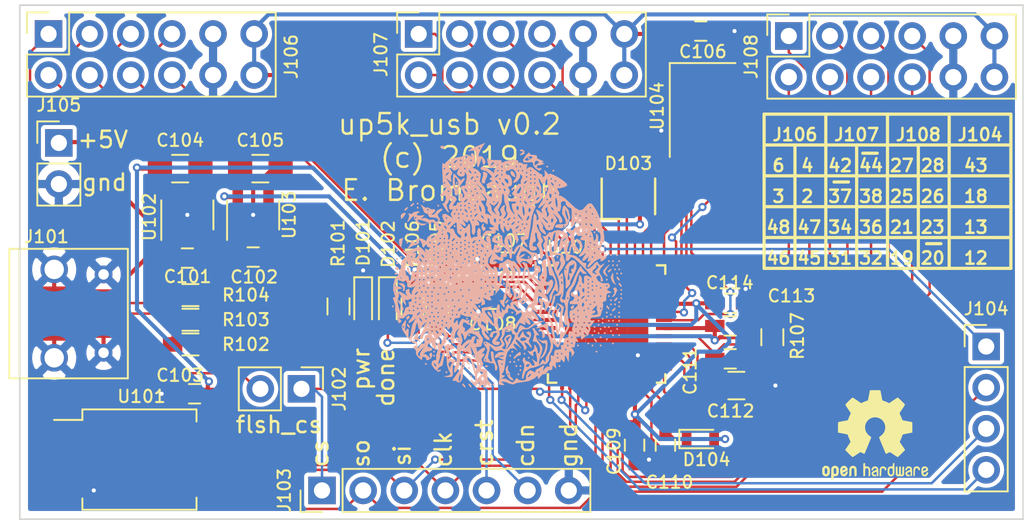
<source format=kicad_pcb>
(kicad_pcb (version 20171130) (host pcbnew 5.1.0-rc2)
  (layers (0 F.Cu signal) (31 B.Cu signal) (34 B.Paste user hide) (35 F.Paste user hide) (36 B.SilkS user) (37 F.SilkS user) (38 B.Mask user hide) (39 F.Mask user hide) (44 Edge.Cuts user))
  (net 0 "")
  (net 1 +5V)
  (net 2 GND)
  (net 3 +3V3)
  (net 4 +1V2)
  (net 5 "Net-(C110-Pad1)")
  (net 6 "Net-(C111-Pad1)")
  (net 7 "Net-(D101-Pad2)")
  (net 8 /CDONE)
  (net 9 "Net-(D103-Pad1)")
  (net 10 "Net-(J101-Pad2)")
  (net 11 "Net-(J101-Pad3)")
  (net 12 "Net-(J101-Pad4)")
  (net 13 /USB_PU)
  (net 14 /USB_DP)
  (net 15 /USB_DM)
  (net 16 /CRESET)
  (net 17 /FLASH_CS)
  (net 18 /FPGA_SI)
  (net 19 /FPGA_SO)
  (net 20 /FPGA_SCLK)
  (net 21 "Net-(U102-Pad4)")
  (net 22 "Net-(U103-Pad4)")
  (net 23 "Net-(U104-Pad3)")
  (net 24 "Net-(J104-Pad4)")
  (net 25 "Net-(J104-Pad3)")
  (net 26 "Net-(J104-Pad2)")
  (net 27 /FPGA_CS)
  (net 28 "Net-(J104-Pad1)")
  (net 29 "Net-(D103-Pad3)")
  (net 30 "Net-(J106-Pad8)")
  (net 31 "Net-(J106-Pad7)")
  (net 32 "Net-(J106-Pad6)")
  (net 33 "Net-(J106-Pad5)")
  (net 34 "Net-(J106-Pad4)")
  (net 35 "Net-(J106-Pad3)")
  (net 36 "Net-(J106-Pad2)")
  (net 37 "Net-(J106-Pad1)")
  (net 38 "Net-(J107-Pad8)")
  (net 39 "Net-(J107-Pad7)")
  (net 40 "Net-(J107-Pad6)")
  (net 41 "Net-(J107-Pad5)")
  (net 42 "Net-(J107-Pad4)")
  (net 43 "Net-(J107-Pad3)")
  (net 44 "Net-(J107-Pad2)")
  (net 45 "Net-(J107-Pad1)")
  (net 46 "Net-(J108-Pad1)")
  (net 47 "Net-(J108-Pad2)")
  (net 48 "Net-(J108-Pad3)")
  (net 49 "Net-(J108-Pad4)")
  (net 50 "Net-(J108-Pad5)")
  (net 51 "Net-(J108-Pad6)")
  (net 52 "Net-(J108-Pad7)")
  (net 53 "Net-(J108-Pad8)")
  (net 54 "Net-(D103-Pad2)")
  (module footprints:ea (layer B.Cu) (at 157.861 83.566 180)
    (fp_text reference G*** hide)
    (fp_text value LOGO hide)
  )
  (module footprints:Crystal_SMD_Abracon_ASFL1-4pin_5.0x3.2mm (layer F.Cu) (at 170.9752 73.914 270)
    (fp_text reference U104 (at -0.254 2.8272 270) (layer F.SilkS) (effects (font (size 0.762 0.762) (thickness 0.127))))
    (fp_text value XTAL_OSC_OE)
    (pad 4 smd rect (at -1.27 -1.1 270) (size 1.7 1.5) (layers F.Cu F.Mask) (net 3 +3V3))
    (pad 3 smd rect (at 1.27 -1.1 270) (size 1.7 1.5) (layers F.Cu F.Mask) (net 23 "Net-(U104-Pad3)"))
    (pad 2 smd rect (at 1.27 1.1 270) (size 1.7 1.5) (layers F.Cu F.Mask) (net 2 GND))
    (pad 1 smd rect (at -1.27 1.1 270) (size 1.7 1.5) (layers F.Cu F.Mask) (net 3 +3V3))
  )
  (module footprints:150080M153000 (layer F.Cu) (at 166.37 79.248 180)
    (fp_text reference D103 (at 0 2.032 180) (layer F.SilkS) (effects (font (size 0.762 0.762) (thickness 0.127))))
    (fp_text value 150080M153000)
    (pad 4 smd rect (at -0.925 -0.625 180) (size 1 1) (layers F.Cu F.Paste F.Mask) (net 3 +3V3))
    (pad 3 smd rect (at -0.925 0.625 180) (size 1 1) (layers F.Cu F.Paste F.Mask) (net 29 "Net-(D103-Pad3)"))
    (pad 2 smd rect (at 0.925 0.625 180) (size 1 1) (layers F.Cu F.Paste F.Mask) (net 54 "Net-(D103-Pad2)"))
    (pad 1 smd rect (at 0.925 -0.625 180) (size 1 1) (layers F.Cu F.Paste F.Mask) (net 9 "Net-(D103-Pad1)"))
  )
  (module Symbols:OSHW-Logo2_7.3x6mm_SilkScreen (layer F.Cu) (at 181.61 93.98)
    (fp_text reference REF*** hide)
    (fp_text value OSHW-Logo2_7.3x6mm_SilkScreen hide)
  )
  (module Capacitors_SMD:C_0603_HandSoldering (layer F.Cu) (at 139.1285 83.058)
    (fp_text reference C101 (at 0.0127 1.143) (layer F.SilkS) (effects (font (size 0.762 0.762) (thickness 0.127))))
    (fp_text value 1uf)
    (pad 1 smd rect (at -0.95 0) (size 1.2 0.75) (layers F.Cu F.Paste F.Mask) (net 1 +5V))
    (pad 2 smd rect (at 0.95 0) (size 1.2 0.75) (layers F.Cu F.Paste F.Mask) (net 2 GND))
  )
  (module Capacitors_SMD:C_0603_HandSoldering (layer F.Cu) (at 143.1925 82.9945)
    (fp_text reference C102 (at 0.0635 1.2319) (layer F.SilkS) (effects (font (size 0.762 0.762) (thickness 0.127))))
    (fp_text value 1uf)
    (pad 1 smd rect (at -0.95 0) (size 1.2 0.75) (layers F.Cu F.Paste F.Mask) (net 1 +5V))
    (pad 2 smd rect (at 0.95 0) (size 1.2 0.75) (layers F.Cu F.Paste F.Mask) (net 2 GND))
  )
  (module Capacitors_SMD:C_0603_HandSoldering (layer F.Cu) (at 139.573 91.44 180)
    (fp_text reference C103 (at 0.889 1.143 180) (layer F.SilkS) (effects (font (size 0.762 0.762) (thickness 0.127))))
    (fp_text value 0.1uf)
    (pad 1 smd rect (at -0.95 0 180) (size 1.2 0.75) (layers F.Cu F.Paste F.Mask) (net 3 +3V3))
    (pad 2 smd rect (at 0.95 0 180) (size 1.2 0.75) (layers F.Cu F.Paste F.Mask) (net 2 GND))
  )
  (module Capacitors_SMD:C_0805_HandSoldering (layer F.Cu) (at 138.684 77.5335)
    (fp_text reference C104 (at 0 -1.75) (layer F.SilkS) (effects (font (size 0.762 0.762) (thickness 0.127))))
    (fp_text value 10uf)
    (pad 1 smd rect (at -1.25 0) (size 1.5 1.25) (layers F.Cu F.Paste F.Mask) (net 3 +3V3))
    (pad 2 smd rect (at 1.25 0) (size 1.5 1.25) (layers F.Cu F.Paste F.Mask) (net 2 GND))
  )
  (module Capacitors_SMD:C_0805_HandSoldering (layer F.Cu) (at 143.637 77.5335)
    (fp_text reference C105 (at 0 -1.75) (layer F.SilkS) (effects (font (size 0.762 0.762) (thickness 0.127))))
    (fp_text value 10uf)
    (pad 1 smd rect (at -1.25 0) (size 1.5 1.25) (layers F.Cu F.Paste F.Mask) (net 4 +1V2))
    (pad 2 smd rect (at 1.25 0) (size 1.5 1.25) (layers F.Cu F.Paste F.Mask) (net 2 GND))
  )
  (module Capacitors_SMD:C_0603_HandSoldering (layer F.Cu) (at 170.8404 69.0372)
    (fp_text reference C106 (at 0.127 1.27) (layer F.SilkS) (effects (font (size 0.762 0.762) (thickness 0.127))))
    (fp_text value 0.1uf)
    (pad 2 smd rect (at 0.95 0) (size 1.2 0.75) (layers F.Cu F.Paste F.Mask) (net 2 GND))
    (pad 1 smd rect (at -0.95 0) (size 1.2 0.75) (layers F.Cu F.Paste F.Mask) (net 3 +3V3))
  )
  (module Capacitors_SMD:C_0603_HandSoldering (layer F.Cu) (at 158.877 83.312 180)
    (fp_text reference C107 (at 0.1778 1.3208 180) (layer F.SilkS) (effects (font (size 0.762 0.762) (thickness 0.127))))
    (fp_text value 0.1uf)
    (pad 1 smd rect (at -0.95 0 180) (size 1.2 0.75) (layers F.Cu F.Paste F.Mask) (net 3 +3V3))
    (pad 2 smd rect (at 0.95 0 180) (size 1.2 0.75) (layers F.Cu F.Paste F.Mask) (net 2 GND))
  )
  (module Capacitors_SMD:C_0603_HandSoldering (layer F.Cu) (at 157.988 85.598 180)
    (fp_text reference C108 (at 0 -1.524 180) (layer F.SilkS) (effects (font (size 0.762 0.762) (thickness 0.127))))
    (fp_text value 0.1uf)
    (pad 1 smd rect (at -0.95 0 180) (size 1.2 0.75) (layers F.Cu F.Paste F.Mask) (net 4 +1V2))
    (pad 2 smd rect (at 0.95 0 180) (size 1.2 0.75) (layers F.Cu F.Paste F.Mask) (net 2 GND))
  )
  (module Capacitors_SMD:C_0603_HandSoldering (layer F.Cu) (at 166.751 94.615 270)
    (fp_text reference C109 (at 0.381 1.27 90) (layer F.SilkS) (effects (font (size 0.762 0.762) (thickness 0.127))))
    (fp_text value 0.1uf)
    (pad 1 smd rect (at -0.95 0 270) (size 1.2 0.75) (layers F.Cu F.Paste F.Mask) (net 3 +3V3))
    (pad 2 smd rect (at 0.95 0 270) (size 1.2 0.75) (layers F.Cu F.Paste F.Mask) (net 2 GND))
  )
  (module Capacitors_SMD:C_0603_HandSoldering (layer F.Cu) (at 168.656 94.615 270)
    (fp_text reference C110 (at 2.286 -0.254) (layer F.SilkS) (effects (font (size 0.762 0.762) (thickness 0.127))))
    (fp_text value 0.1uf)
    (pad 1 smd rect (at -0.95 0 270) (size 1.2 0.75) (layers F.Cu F.Paste F.Mask) (net 5 "Net-(C110-Pad1)"))
    (pad 2 smd rect (at 0.95 0 270) (size 1.2 0.75) (layers F.Cu F.Paste F.Mask) (net 2 GND))
  )
  (module Capacitors_SMD:C_0603_HandSoldering (layer F.Cu) (at 172.6565 89.281)
    (fp_text reference C111 (at -2.4765 0.762 90) (layer F.SilkS) (effects (font (size 0.762 0.762) (thickness 0.127))))
    (fp_text value 0.1uf)
    (pad 1 smd rect (at -0.95 0) (size 1.2 0.75) (layers F.Cu F.Paste F.Mask) (net 6 "Net-(C111-Pad1)"))
    (pad 2 smd rect (at 0.95 0) (size 1.2 0.75) (layers F.Cu F.Paste F.Mask) (net 2 GND))
  )
  (module Capacitors_SMD:C_0805_HandSoldering (layer F.Cu) (at 173.0375 90.932)
    (fp_text reference C112 (at -0.3556 1.5748) (layer F.SilkS) (effects (font (size 0.762 0.762) (thickness 0.127))))
    (fp_text value 10uf)
    (pad 1 smd rect (at -1.25 0) (size 1.5 1.25) (layers F.Cu F.Paste F.Mask) (net 6 "Net-(C111-Pad1)"))
    (pad 2 smd rect (at 1.25 0) (size 1.5 1.25) (layers F.Cu F.Paste F.Mask) (net 2 GND))
  )
  (module Capacitors_SMD:C_0603_HandSoldering (layer F.Cu) (at 172.6565 87.249)
    (fp_text reference C113 (at 3.7846 -1.8542) (layer F.SilkS) (effects (font (size 0.762 0.762) (thickness 0.127))))
    (fp_text value 0.1uf)
    (pad 1 smd rect (at -0.95 0) (size 1.2 0.75) (layers F.Cu F.Paste F.Mask) (net 4 +1V2))
    (pad 2 smd rect (at 0.95 0) (size 1.2 0.75) (layers F.Cu F.Paste F.Mask) (net 2 GND))
  )
  (module Capacitors_SMD:C_0603_HandSoldering (layer F.Cu) (at 172.6565 85.852)
    (fp_text reference C114 (at -0.0254 -1.27) (layer F.SilkS) (effects (font (size 0.762 0.762) (thickness 0.127))))
    (fp_text value 0.1uf)
    (pad 1 smd rect (at -0.95 0) (size 1.2 0.75) (layers F.Cu F.Paste F.Mask) (net 3 +3V3))
    (pad 2 smd rect (at 0.95 0) (size 1.2 0.75) (layers F.Cu F.Paste F.Mask) (net 2 GND))
  )
  (module LEDs:LED_0603_HandSoldering (layer F.Cu) (at 149.987 86.0425 270)
    (fp_text reference D101 (at -3.9497 0 270) (layer F.SilkS) (effects (font (size 0.762 0.762) (thickness 0.127))))
    (fp_text value LED)
    (pad 1 smd rect (at -1.1 0 270) (size 1.2 0.9) (layers F.Cu F.Paste F.Mask) (net 2 GND))
    (pad 2 smd rect (at 1.1 0 270) (size 1.2 0.9) (layers F.Cu F.Paste F.Mask) (net 7 "Net-(D101-Pad2)"))
  )
  (module LEDs:LED_0603_HandSoldering (layer F.Cu) (at 151.511 86.0425 270)
    (fp_text reference D102 (at -3.8481 -0.0254 270) (layer F.SilkS) (effects (font (size 0.762 0.762) (thickness 0.127))))
    (fp_text value LED)
    (pad 1 smd rect (at -1.1 0 270) (size 1.2 0.9) (layers F.Cu F.Paste F.Mask) (net 2 GND))
    (pad 2 smd rect (at 1.1 0 270) (size 1.2 0.9) (layers F.Cu F.Paste F.Mask) (net 8 /CDONE))
  )
  (module Diodes_SMD:D_0603 (layer F.Cu) (at 170.815 94.234)
    (fp_text reference D104 (at 0.381 1.27) (layer F.SilkS) (effects (font (size 0.762 0.762) (thickness 0.127))))
    (fp_text value D)
    (pad 1 smd rect (at -0.85 0) (size 0.6 0.8) (layers F.Cu F.Paste F.Mask) (net 5 "Net-(C110-Pad1)"))
    (pad 2 smd rect (at 0.85 0) (size 0.6 0.8) (layers F.Cu F.Paste F.Mask) (net 3 +3V3))
  )
  (module footprints:USB_Micro-B_10103594-0001LF_NoSlot (layer F.Cu) (at 132.334 86.487 270)
    (fp_text reference J101 (at -4.7498 1.905 180) (layer F.SilkS) (effects (font (size 0.762 0.762) (thickness 0.127))))
    (fp_text value USB_OTG)
    (pad 1 smd rect (at -1.3 -1.5) (size 1.65 0.4) (layers F.Cu F.Paste F.Mask) (net 1 +5V))
    (pad 2 smd rect (at -0.65 -1.5) (size 1.65 0.4) (layers F.Cu F.Paste F.Mask) (net 10 "Net-(J101-Pad2)"))
    (pad 3 smd rect (at 0 -1.5) (size 1.65 0.4) (layers F.Cu F.Paste F.Mask) (net 11 "Net-(J101-Pad3)"))
    (pad 4 smd rect (at 0.65 -1.5) (size 1.65 0.4) (layers F.Cu F.Paste F.Mask) (net 12 "Net-(J101-Pad4)"))
    (pad 5 smd rect (at 1.3 -1.5) (size 1.65 0.4) (layers F.Cu F.Paste F.Mask) (net 2 GND))
    (pad 6 thru_hole circle (at -2.42 -1.62) (size 1.1 1.1) (drill 0.65) (layers *.Cu *.Mask) (net 2 GND))
    (pad 6 thru_hole circle (at 2.42 -1.62) (size 1.1 1.1) (drill oval 0.65) (layers *.Cu *.Mask) (net 2 GND))
    (pad 6 thru_hole circle (at -2.73 1.43) (size 1.7 1.7) (drill oval 1.2) (layers *.Cu *.Mask) (net 2 GND))
    (pad 6 thru_hole circle (at 2.73 1.43) (size 1.7 1.7) (drill oval 1.2) (layers *.Cu *.Mask) (net 2 GND))
    (pad 6 smd rect (at -0.96 1.62) (size 2.5 1.43) (layers F.Cu F.Paste F.Mask) (net 2 GND))
    (pad 6 smd rect (at 0.96 1.62) (size 2.5 1.43) (layers F.Cu F.Paste F.Mask) (net 2 GND))
  )
  (module Resistors_SMD:R_0603_HandSoldering (layer F.Cu) (at 148.463 86.0425 90)
    (fp_text reference R101 (at 3.8989 -0.0254 90) (layer F.SilkS) (effects (font (size 0.762 0.762) (thickness 0.127))))
    (fp_text value 1.5k)
    (pad 1 smd rect (at -1.1 0 90) (size 1.2 0.9) (layers F.Cu F.Paste F.Mask) (net 7 "Net-(D101-Pad2)"))
    (pad 2 smd rect (at 1.1 0 90) (size 1.2 0.9) (layers F.Cu F.Paste F.Mask) (net 3 +3V3))
  )
  (module Resistors_SMD:R_0603_HandSoldering (layer F.Cu) (at 139.319 88.392 180)
    (fp_text reference R102 (at -3.429 0 180) (layer F.SilkS) (effects (font (size 0.762 0.762) (thickness 0.127))))
    (fp_text value 1.5k)
    (pad 1 smd rect (at -1.1 0 180) (size 1.2 0.9) (layers F.Cu F.Paste F.Mask) (net 13 /USB_PU))
    (pad 2 smd rect (at 1.1 0 180) (size 1.2 0.9) (layers F.Cu F.Paste F.Mask) (net 11 "Net-(J101-Pad3)"))
  )
  (module Resistors_SMD:R_0603_HandSoldering (layer F.Cu) (at 139.319 86.868 180)
    (fp_text reference R103 (at -3.429 0 180) (layer F.SilkS) (effects (font (size 0.762 0.762) (thickness 0.127))))
    (fp_text value 68)
    (pad 1 smd rect (at -1.1 0 180) (size 1.2 0.9) (layers F.Cu F.Paste F.Mask) (net 14 /USB_DP))
    (pad 2 smd rect (at 1.1 0 180) (size 1.2 0.9) (layers F.Cu F.Paste F.Mask) (net 11 "Net-(J101-Pad3)"))
  )
  (module Resistors_SMD:R_0603_HandSoldering (layer F.Cu) (at 139.319 85.344 180)
    (fp_text reference R104 (at -3.429 0 180) (layer F.SilkS) (effects (font (size 0.762 0.762) (thickness 0.127))))
    (fp_text value 68)
    (pad 1 smd rect (at -1.1 0 180) (size 1.2 0.9) (layers F.Cu F.Paste F.Mask) (net 15 /USB_DM))
    (pad 2 smd rect (at 1.1 0 180) (size 1.2 0.9) (layers F.Cu F.Paste F.Mask) (net 10 "Net-(J101-Pad2)"))
  )
  (module Resistors_SMD:R_0603_HandSoldering (layer F.Cu) (at 154.559 86.0425 270)
    (fp_text reference R105 (at -3.8481 0.0254 270) (layer F.SilkS) (effects (font (size 0.762 0.762) (thickness 0.127))))
    (fp_text value 10k)
    (pad 1 smd rect (at -1.1 0 270) (size 1.2 0.9) (layers F.Cu F.Paste F.Mask) (net 3 +3V3))
    (pad 2 smd rect (at 1.1 0 270) (size 1.2 0.9) (layers F.Cu F.Paste F.Mask) (net 16 /CRESET))
  )
  (module Resistors_SMD:R_0603_HandSoldering (layer F.Cu) (at 153.035 86.0425 270)
    (fp_text reference R106 (at -3.8481 0 270) (layer F.SilkS) (effects (font (size 0.762 0.762) (thickness 0.127))))
    (fp_text value 2.2k)
    (pad 1 smd rect (at -1.1 0 270) (size 1.2 0.9) (layers F.Cu F.Paste F.Mask) (net 3 +3V3))
    (pad 2 smd rect (at 1.1 0 270) (size 1.2 0.9) (layers F.Cu F.Paste F.Mask) (net 8 /CDONE))
  )
  (module Resistors_SMD:R_0603_HandSoldering (layer F.Cu) (at 175.26 87.9475 90)
    (fp_text reference R107 (at 0.0762 1.5494 90) (layer F.SilkS) (effects (font (size 0.762 0.762) (thickness 0.127))))
    (fp_text value 100)
    (pad 1 smd rect (at -1.1 0 90) (size 1.2 0.9) (layers F.Cu F.Paste F.Mask) (net 6 "Net-(C111-Pad1)"))
    (pad 2 smd rect (at 1.1 0 90) (size 1.2 0.9) (layers F.Cu F.Paste F.Mask) (net 4 +1V2))
  )
  (module TO_SOT_Packages_SMD:SOT-23-5 (layer F.Cu) (at 139.1285 80.391 90)
    (fp_text reference U102 (at -0.127 -2.3495 90) (layer F.SilkS) (effects (font (size 0.762 0.762) (thickness 0.127))))
    (fp_text value MCP1802-3.3)
    (pad 1 smd rect (at -1.1 -0.95 90) (size 1.06 0.65) (layers F.Cu F.Paste F.Mask) (net 1 +5V))
    (pad 2 smd rect (at -1.1 0 90) (size 1.06 0.65) (layers F.Cu F.Paste F.Mask) (net 2 GND))
    (pad 3 smd rect (at -1.1 0.95 90) (size 1.06 0.65) (layers F.Cu F.Paste F.Mask) (net 1 +5V))
    (pad 4 smd rect (at 1.1 0.95 90) (size 1.06 0.65) (layers F.Cu F.Paste F.Mask) (net 21 "Net-(U102-Pad4)"))
    (pad 5 smd rect (at 1.1 -0.95 90) (size 1.06 0.65) (layers F.Cu F.Paste F.Mask) (net 3 +3V3))
  )
  (module TO_SOT_Packages_SMD:SOT-23-5 (layer F.Cu) (at 143.1925 80.391 90)
    (fp_text reference U103 (at 0 2.2225 90) (layer F.SilkS) (effects (font (size 0.762 0.762) (thickness 0.127))))
    (fp_text value MCP1824-1.2)
    (pad 1 smd rect (at -1.1 -0.95 90) (size 1.06 0.65) (layers F.Cu F.Paste F.Mask) (net 1 +5V))
    (pad 2 smd rect (at -1.1 0 90) (size 1.06 0.65) (layers F.Cu F.Paste F.Mask) (net 2 GND))
    (pad 3 smd rect (at -1.1 0.95 90) (size 1.06 0.65) (layers F.Cu F.Paste F.Mask) (net 1 +5V))
    (pad 4 smd rect (at 1.1 0.95 90) (size 1.06 0.65) (layers F.Cu F.Paste F.Mask) (net 22 "Net-(U103-Pad4)"))
    (pad 5 smd rect (at 1.1 -0.95 90) (size 1.06 0.65) (layers F.Cu F.Paste F.Mask) (net 4 +1V2))
  )
  (module footprints:QFN-48-1EP_7x7mm_Pitch0.5mm_DIY_PADS (layer F.Cu) (at 165.023143 87.132)
    (fp_text reference U105 (at -2.209143 -4.75) (layer F.SilkS) (effects (font (size 0.762 0.762) (thickness 0.127))))
    (fp_text value ice5lp4k_sg48)
    (pad 1 smd rect (at -3.55 -2.75) (size 1 0.25) (layers F.Cu F.Paste F.Mask) (net 3 +3V3))
    (pad 2 smd rect (at -3.55 -2.25) (size 1 0.25) (layers F.Cu F.Paste F.Mask) (net 34 "Net-(J106-Pad4)"))
    (pad 3 smd rect (at -3.55 -1.75) (size 1 0.25) (layers F.Cu F.Paste F.Mask) (net 35 "Net-(J106-Pad3)"))
    (pad 4 smd rect (at -3.55 -1.25) (size 1 0.25) (layers F.Cu F.Paste F.Mask) (net 36 "Net-(J106-Pad2)"))
    (pad 5 smd rect (at -3.55 -0.75) (size 1 0.25) (layers F.Cu F.Paste F.Mask) (net 4 +1V2))
    (pad 6 smd rect (at -3.55 -0.25) (size 1 0.25) (layers F.Cu F.Paste F.Mask) (net 37 "Net-(J106-Pad1)"))
    (pad 7 smd rect (at -3.55 0.25) (size 1 0.25) (layers F.Cu F.Paste F.Mask) (net 8 /CDONE))
    (pad 8 smd rect (at -3.55 0.75) (size 1 0.25) (layers F.Cu F.Paste F.Mask) (net 16 /CRESET))
    (pad 9 smd rect (at -3.55 1.25) (size 1 0.25) (layers F.Cu F.Paste F.Mask) (net 15 /USB_DM))
    (pad 10 smd rect (at -3.55 1.75) (size 1 0.25) (layers F.Cu F.Paste F.Mask) (net 14 /USB_DP))
    (pad 11 smd rect (at -3.55 2.25) (size 1 0.25) (layers F.Cu F.Paste F.Mask) (net 13 /USB_PU))
    (pad 12 smd rect (at -3.55 2.75) (size 1 0.25) (layers F.Cu F.Paste F.Mask) (net 24 "Net-(J104-Pad4)"))
    (pad 13 smd rect (at -2.75 3.55 90) (size 1 0.25) (layers F.Cu F.Paste F.Mask) (net 25 "Net-(J104-Pad3)"))
    (pad 14 smd rect (at -2.25 3.55 90) (size 1 0.25) (layers F.Cu F.Paste F.Mask) (net 19 /FPGA_SO))
    (pad 15 smd rect (at -1.75 3.55 90) (size 1 0.25) (layers F.Cu F.Paste F.Mask) (net 20 /FPGA_SCLK))
    (pad 16 smd rect (at -1.25 3.55 90) (size 1 0.25) (layers F.Cu F.Paste F.Mask) (net 27 /FPGA_CS))
    (pad 17 smd rect (at -0.75 3.55 90) (size 1 0.25) (layers F.Cu F.Paste F.Mask) (net 18 /FPGA_SI))
    (pad 18 smd rect (at -0.25 3.55 90) (size 1 0.25) (layers F.Cu F.Paste F.Mask) (net 26 "Net-(J104-Pad2)"))
    (pad 19 smd rect (at 0.25 3.55 90) (size 1 0.25) (layers F.Cu F.Paste F.Mask) (net 52 "Net-(J108-Pad7)"))
    (pad 20 smd rect (at 0.75 3.55 90) (size 1 0.25) (layers F.Cu F.Paste F.Mask) (net 53 "Net-(J108-Pad8)"))
    (pad 21 smd rect (at 1.25 3.55 90) (size 1 0.25) (layers F.Cu F.Paste F.Mask) (net 50 "Net-(J108-Pad5)"))
    (pad 22 smd rect (at 1.75 3.55 90) (size 1 0.25) (layers F.Cu F.Paste F.Mask) (net 3 +3V3))
    (pad 23 smd rect (at 2.25 3.55 90) (size 1 0.25) (layers F.Cu F.Paste F.Mask) (net 51 "Net-(J108-Pad6)"))
    (pad 24 smd rect (at 2.75 3.55 90) (size 1 0.25) (layers F.Cu F.Paste F.Mask) (net 5 "Net-(C110-Pad1)"))
    (pad 25 smd rect (at 3.55 2.75) (size 1 0.25) (layers F.Cu F.Paste F.Mask) (net 48 "Net-(J108-Pad3)"))
    (pad 26 smd rect (at 3.55 2.25) (size 1 0.25) (layers F.Cu F.Paste F.Mask) (net 49 "Net-(J108-Pad4)"))
    (pad 27 smd rect (at 3.55 1.75) (size 1 0.25) (layers F.Cu F.Paste F.Mask) (net 46 "Net-(J108-Pad1)"))
    (pad 28 smd rect (at 3.55 1.25) (size 1 0.25) (layers F.Cu F.Paste F.Mask) (net 47 "Net-(J108-Pad2)"))
    (pad 29 smd rect (at 3.55 0.75) (size 1 0.25) (layers F.Cu F.Paste F.Mask) (net 6 "Net-(C111-Pad1)"))
    (pad 30 smd rect (at 3.55 0.25) (size 1 0.25) (layers F.Cu F.Paste F.Mask) (net 4 +1V2))
    (pad 31 smd rect (at 3.55 -0.25) (size 1 0.25) (layers F.Cu F.Paste F.Mask) (net 39 "Net-(J107-Pad7)"))
    (pad 32 smd rect (at 3.55 -0.75) (size 1 0.25) (layers F.Cu F.Paste F.Mask) (net 38 "Net-(J107-Pad8)"))
    (pad 33 smd rect (at 3.55 -1.25) (size 1 0.25) (layers F.Cu F.Paste F.Mask) (net 3 +3V3))
    (pad 34 smd rect (at 3.55 -1.75) (size 1 0.25) (layers F.Cu F.Paste F.Mask) (net 41 "Net-(J107-Pad5)"))
    (pad 35 smd rect (at 3.55 -2.25) (size 1 0.25) (layers F.Cu F.Paste F.Mask) (net 23 "Net-(U104-Pad3)"))
    (pad 36 smd rect (at 3.55 -2.75) (size 1 0.25) (layers F.Cu F.Paste F.Mask) (net 40 "Net-(J107-Pad6)"))
    (pad 37 smd rect (at 2.75 -3.55 90) (size 1 0.25) (layers F.Cu F.Paste F.Mask) (net 43 "Net-(J107-Pad3)"))
    (pad 38 smd rect (at 2.25 -3.55 90) (size 1 0.25) (layers F.Cu F.Paste F.Mask) (net 42 "Net-(J107-Pad4)"))
    (pad 39 smd rect (at 1.75 -3.55 90) (size 1 0.25) (layers F.Cu F.Paste F.Mask) (net 29 "Net-(D103-Pad3)"))
    (pad 40 smd rect (at 1.25 -3.55 90) (size 1 0.25) (layers F.Cu F.Paste F.Mask) (net 54 "Net-(D103-Pad2)"))
    (pad 41 smd rect (at 0.75 -3.55 90) (size 1 0.25) (layers F.Cu F.Paste F.Mask) (net 9 "Net-(D103-Pad1)"))
    (pad 42 smd rect (at 0.25 -3.55 90) (size 1 0.25) (layers F.Cu F.Paste F.Mask) (net 45 "Net-(J107-Pad1)"))
    (pad 43 smd rect (at -0.25 -3.55 90) (size 1 0.25) (layers F.Cu F.Paste F.Mask) (net 28 "Net-(J104-Pad1)"))
    (pad 44 smd rect (at -0.75 -3.55 90) (size 1 0.25) (layers F.Cu F.Paste F.Mask) (net 44 "Net-(J107-Pad2)"))
    (pad 45 smd rect (at -1.25 -3.55 90) (size 1 0.25) (layers F.Cu F.Paste F.Mask) (net 30 "Net-(J106-Pad8)"))
    (pad 46 smd rect (at -1.75 -3.55 90) (size 1 0.25) (layers F.Cu F.Paste F.Mask) (net 31 "Net-(J106-Pad7)"))
    (pad 47 smd rect (at -2.25 -3.55 90) (size 1 0.25) (layers F.Cu F.Paste F.Mask) (net 32 "Net-(J106-Pad6)"))
    (pad 48 smd rect (at -2.75 -3.55 90) (size 1 0.25) (layers F.Cu F.Paste F.Mask) (net 33 "Net-(J106-Pad5)"))
    (pad 49 smd rect (at 1.93125 1.93125) (size 1.2875 1.2875) (layers F.Cu F.Paste F.Mask) (net 2 GND))
    (pad 49 smd rect (at 1.93125 0.64375) (size 1.2875 1.2875) (layers F.Cu F.Paste F.Mask) (net 2 GND))
    (pad 49 smd rect (at 1.93125 -0.64375) (size 1.2875 1.2875) (layers F.Cu F.Paste F.Mask) (net 2 GND))
    (pad 49 smd rect (at 1.93125 -1.93125) (size 1.2875 1.2875) (layers F.Cu F.Paste F.Mask) (net 2 GND))
    (pad 49 smd rect (at 0.64375 1.93125) (size 1.2875 1.2875) (layers F.Cu F.Paste F.Mask) (net 2 GND))
    (pad 49 smd rect (at 0.64375 0.64375) (size 1.2875 1.2875) (layers F.Cu F.Paste F.Mask) (net 2 GND))
    (pad 49 smd rect (at 0.64375 -0.64375) (size 1.2875 1.2875) (layers F.Cu F.Paste F.Mask) (net 2 GND))
    (pad 49 smd rect (at 0.64375 -1.93125) (size 1.2875 1.2875) (layers F.Cu F.Paste F.Mask) (net 2 GND))
    (pad 49 smd rect (at -0.64375 1.93125) (size 1.2875 1.2875) (layers F.Cu F.Paste F.Mask) (net 2 GND))
    (pad 49 smd rect (at -0.64375 0.64375) (size 1.2875 1.2875) (layers F.Cu F.Paste F.Mask) (net 2 GND))
    (pad 49 smd rect (at -0.64375 -0.64375) (size 1.2875 1.2875) (layers F.Cu F.Paste F.Mask) (net 2 GND))
    (pad 49 smd rect (at -0.64375 -1.93125) (size 1.2875 1.2875) (layers F.Cu F.Paste F.Mask) (net 2 GND))
    (pad 49 smd rect (at -1.93125 1.93125) (size 1.2875 1.2875) (layers F.Cu F.Paste F.Mask) (net 2 GND))
    (pad 49 smd rect (at -1.93125 0.64375) (size 1.2875 1.2875) (layers F.Cu F.Paste F.Mask) (net 2 GND))
    (pad 49 smd rect (at -1.93125 -0.64375) (size 1.2875 1.2875) (layers F.Cu F.Paste F.Mask) (net 2 GND))
    (pad 49 smd rect (at -1.93125 -1.93125) (size 1.2875 1.2875) (layers F.Cu F.Paste F.Mask) (net 2 GND))
  )
  (module Pin_Headers:Pin_Header_Straight_1x02_Pitch2.54mm (layer F.Cu) (at 146.177 91.1352 270)
    (fp_text reference J102 (at 0 -2.33 270) (layer F.SilkS) (effects (font (size 0.762 0.762) (thickness 0.127))))
    (fp_text value CONN_01X02)
    (pad 1 thru_hole rect (at 0 0 270) (size 1.7 1.7) (drill 1) (layers *.Cu *.Mask) (net 27 /FPGA_CS))
    (pad 2 thru_hole oval (at 0 2.54 270) (size 1.7 1.7) (drill 1) (layers *.Cu *.Mask) (net 17 /FLASH_CS))
  )
  (module Pin_Headers:Pin_Header_Straight_1x07_Pitch2.54mm (layer F.Cu) (at 147.447 97.409 90)
    (fp_text reference J103 (at 0 -2.33 90) (layer F.SilkS) (effects (font (size 0.762 0.762) (thickness 0.127))))
    (fp_text value CONN_01X07)
    (pad 1 thru_hole rect (at 0 0 90) (size 1.7 1.7) (drill 1) (layers *.Cu *.Mask) (net 27 /FPGA_CS))
    (pad 2 thru_hole oval (at 0 2.54 90) (size 1.7 1.7) (drill 1) (layers *.Cu *.Mask) (net 18 /FPGA_SI))
    (pad 3 thru_hole oval (at 0 5.08 90) (size 1.7 1.7) (drill 1) (layers *.Cu *.Mask) (net 19 /FPGA_SO))
    (pad 4 thru_hole oval (at 0 7.62 90) (size 1.7 1.7) (drill 1) (layers *.Cu *.Mask) (net 20 /FPGA_SCLK))
    (pad 5 thru_hole oval (at 0 10.16 90) (size 1.7 1.7) (drill 1) (layers *.Cu *.Mask) (net 16 /CRESET))
    (pad 6 thru_hole oval (at 0 12.7 90) (size 1.7 1.7) (drill 1) (layers *.Cu *.Mask) (net 8 /CDONE))
    (pad 7 thru_hole oval (at 0 15.24 90) (size 1.7 1.7) (drill 1) (layers *.Cu *.Mask) (net 2 GND))
  )
  (module Pin_Headers:Pin_Header_Straight_1x04_Pitch2.54mm (layer F.Cu) (at 188.468 88.519)
    (fp_text reference J104 (at 0 -2.33) (layer F.SilkS) (effects (font (size 0.762 0.762) (thickness 0.127))))
    (fp_text value CONN_01X04)
    (pad 1 thru_hole rect (at 0 0) (size 1.7 1.7) (drill 1) (layers *.Cu *.Mask) (net 28 "Net-(J104-Pad1)"))
    (pad 2 thru_hole oval (at 0 2.54) (size 1.7 1.7) (drill 1) (layers *.Cu *.Mask) (net 26 "Net-(J104-Pad2)"))
    (pad 3 thru_hole oval (at 0 5.08) (size 1.7 1.7) (drill 1) (layers *.Cu *.Mask) (net 25 "Net-(J104-Pad3)"))
    (pad 4 thru_hole oval (at 0 7.62) (size 1.7 1.7) (drill 1) (layers *.Cu *.Mask) (net 24 "Net-(J104-Pad4)"))
  )
  (module Pin_Headers:Pin_Header_Straight_1x02_Pitch2.54mm (layer F.Cu) (at 131.191 75.946)
    (fp_text reference J105 (at 0 -2.33) (layer F.SilkS) (effects (font (size 0.762 0.762) (thickness 0.127))))
    (fp_text value CONN_01X02)
    (pad 2 thru_hole oval (at 0 2.54) (size 1.7 1.7) (drill 1) (layers *.Cu *.Mask) (net 2 GND))
    (pad 1 thru_hole rect (at 0 0) (size 1.7 1.7) (drill 1) (layers *.Cu *.Mask) (net 1 +5V))
  )
  (module Socket_Strips:Socket_Strip_Straight_2x06_Pitch2.54mm (layer F.Cu) (at 130.556 69.215 90)
    (fp_text reference J106 (at -1.397 14.986 90) (layer F.SilkS) (effects (font (size 0.762 0.762) (thickness 0.127))))
    (fp_text value CONN_02X06)
    (pad 12 thru_hole oval (at -2.54 12.7 90) (size 1.7 1.7) (drill 1) (layers *.Cu *.Mask) (net 3 +3V3))
    (pad 11 thru_hole oval (at 0 12.7 90) (size 1.7 1.7) (drill 1) (layers *.Cu *.Mask) (net 3 +3V3))
    (pad 10 thru_hole oval (at -2.54 10.16 90) (size 1.7 1.7) (drill 1) (layers *.Cu *.Mask) (net 2 GND))
    (pad 9 thru_hole oval (at 0 10.16 90) (size 1.7 1.7) (drill 1) (layers *.Cu *.Mask) (net 2 GND))
    (pad 8 thru_hole oval (at -2.54 7.62 90) (size 1.7 1.7) (drill 1) (layers *.Cu *.Mask) (net 30 "Net-(J106-Pad8)"))
    (pad 7 thru_hole oval (at 0 7.62 90) (size 1.7 1.7) (drill 1) (layers *.Cu *.Mask) (net 31 "Net-(J106-Pad7)"))
    (pad 6 thru_hole oval (at -2.54 5.08 90) (size 1.7 1.7) (drill 1) (layers *.Cu *.Mask) (net 32 "Net-(J106-Pad6)"))
    (pad 5 thru_hole oval (at 0 5.08 90) (size 1.7 1.7) (drill 1) (layers *.Cu *.Mask) (net 33 "Net-(J106-Pad5)"))
    (pad 4 thru_hole oval (at -2.54 2.54 90) (size 1.7 1.7) (drill 1) (layers *.Cu *.Mask) (net 34 "Net-(J106-Pad4)"))
    (pad 3 thru_hole oval (at 0 2.54 90) (size 1.7 1.7) (drill 1) (layers *.Cu *.Mask) (net 35 "Net-(J106-Pad3)"))
    (pad 2 thru_hole oval (at -2.54 0 90) (size 1.7 1.7) (drill 1) (layers *.Cu *.Mask) (net 36 "Net-(J106-Pad2)"))
    (pad 1 thru_hole rect (at 0 0 90) (size 1.7 1.7) (drill 1) (layers *.Cu *.Mask) (net 37 "Net-(J106-Pad1)"))
  )
  (module Socket_Strips:Socket_Strip_Straight_2x06_Pitch2.54mm (layer F.Cu) (at 153.416 69.215 90)
    (fp_text reference J107 (at -1.27 -2.33 90) (layer F.SilkS) (effects (font (size 0.762 0.762) (thickness 0.127))))
    (fp_text value CONN_02X06)
    (pad 12 thru_hole oval (at -2.54 12.7 90) (size 1.7 1.7) (drill 1) (layers *.Cu *.Mask) (net 3 +3V3))
    (pad 11 thru_hole oval (at 0 12.7 90) (size 1.7 1.7) (drill 1) (layers *.Cu *.Mask) (net 3 +3V3))
    (pad 10 thru_hole oval (at -2.54 10.16 90) (size 1.7 1.7) (drill 1) (layers *.Cu *.Mask) (net 2 GND))
    (pad 9 thru_hole oval (at 0 10.16 90) (size 1.7 1.7) (drill 1) (layers *.Cu *.Mask) (net 2 GND))
    (pad 8 thru_hole oval (at -2.54 7.62 90) (size 1.7 1.7) (drill 1) (layers *.Cu *.Mask) (net 38 "Net-(J107-Pad8)"))
    (pad 7 thru_hole oval (at 0 7.62 90) (size 1.7 1.7) (drill 1) (layers *.Cu *.Mask) (net 39 "Net-(J107-Pad7)"))
    (pad 6 thru_hole oval (at -2.54 5.08 90) (size 1.7 1.7) (drill 1) (layers *.Cu *.Mask) (net 40 "Net-(J107-Pad6)"))
    (pad 5 thru_hole oval (at 0 5.08 90) (size 1.7 1.7) (drill 1) (layers *.Cu *.Mask) (net 41 "Net-(J107-Pad5)"))
    (pad 4 thru_hole oval (at -2.54 2.54 90) (size 1.7 1.7) (drill 1) (layers *.Cu *.Mask) (net 42 "Net-(J107-Pad4)"))
    (pad 3 thru_hole oval (at 0 2.54 90) (size 1.7 1.7) (drill 1) (layers *.Cu *.Mask) (net 43 "Net-(J107-Pad3)"))
    (pad 2 thru_hole oval (at -2.54 0 90) (size 1.7 1.7) (drill 1) (layers *.Cu *.Mask) (net 44 "Net-(J107-Pad2)"))
    (pad 1 thru_hole rect (at 0 0 90) (size 1.7 1.7) (drill 1) (layers *.Cu *.Mask) (net 45 "Net-(J107-Pad1)"))
  )
  (module Socket_Strips:Socket_Strip_Straight_2x06_Pitch2.54mm (layer F.Cu) (at 176.276 69.342 90)
    (fp_text reference J108 (at -1.27 -2.33 90) (layer F.SilkS) (effects (font (size 0.762 0.762) (thickness 0.127))))
    (fp_text value CONN_02X06)
    (pad 1 thru_hole rect (at 0 0 90) (size 1.7 1.7) (drill 1) (layers *.Cu *.Mask) (net 46 "Net-(J108-Pad1)"))
    (pad 2 thru_hole oval (at -2.54 0 90) (size 1.7 1.7) (drill 1) (layers *.Cu *.Mask) (net 47 "Net-(J108-Pad2)"))
    (pad 3 thru_hole oval (at 0 2.54 90) (size 1.7 1.7) (drill 1) (layers *.Cu *.Mask) (net 48 "Net-(J108-Pad3)"))
    (pad 4 thru_hole oval (at -2.54 2.54 90) (size 1.7 1.7) (drill 1) (layers *.Cu *.Mask) (net 49 "Net-(J108-Pad4)"))
    (pad 5 thru_hole oval (at 0 5.08 90) (size 1.7 1.7) (drill 1) (layers *.Cu *.Mask) (net 50 "Net-(J108-Pad5)"))
    (pad 6 thru_hole oval (at -2.54 5.08 90) (size 1.7 1.7) (drill 1) (layers *.Cu *.Mask) (net 51 "Net-(J108-Pad6)"))
    (pad 7 thru_hole oval (at 0 7.62 90) (size 1.7 1.7) (drill 1) (layers *.Cu *.Mask) (net 52 "Net-(J108-Pad7)"))
    (pad 8 thru_hole oval (at -2.54 7.62 90) (size 1.7 1.7) (drill 1) (layers *.Cu *.Mask) (net 53 "Net-(J108-Pad8)"))
    (pad 9 thru_hole oval (at 0 10.16 90) (size 1.7 1.7) (drill 1) (layers *.Cu *.Mask) (net 2 GND))
    (pad 10 thru_hole oval (at -2.54 10.16 90) (size 1.7 1.7) (drill 1) (layers *.Cu *.Mask) (net 2 GND))
    (pad 11 thru_hole oval (at 0 12.7 90) (size 1.7 1.7) (drill 1) (layers *.Cu *.Mask) (net 3 +3V3))
    (pad 12 thru_hole oval (at -2.54 12.7 90) (size 1.7 1.7) (drill 1) (layers *.Cu *.Mask) (net 3 +3V3))
  )
  (module Housings_SOIC:SSO-8_6.8x5.9mm_Pitch1.27mm_Clearance7mm (layer F.Cu) (at 136.1948 95.504)
    (fp_text reference U101 (at 0.1 -3.9) (layer F.SilkS) (effects (font (size 0.762 0.762) (thickness 0.127))))
    (fp_text value CAT250_EEPROM)
    (pad 8 smd rect (at 4.27 -1.905) (size 2.16 0.64) (layers F.Cu F.Paste F.Mask) (net 3 +3V3))
    (pad 7 smd rect (at 4.27 -0.635) (size 2.16 0.64) (layers F.Cu F.Paste F.Mask) (net 3 +3V3))
    (pad 6 smd rect (at 4.27 0.635) (size 2.16 0.64) (layers F.Cu F.Paste F.Mask) (net 20 /FPGA_SCLK))
    (pad 5 smd rect (at 4.27 1.905) (size 2.16 0.64) (layers F.Cu F.Paste F.Mask) (net 19 /FPGA_SO))
    (pad 4 smd rect (at -4.27 1.905) (size 2.16 0.64) (layers F.Cu F.Paste F.Mask) (net 2 GND))
    (pad 3 smd rect (at -4.27 0.635) (size 2.16 0.64) (layers F.Cu F.Paste F.Mask) (net 3 +3V3))
    (pad 2 smd rect (at -4.27 -0.635) (size 2.16 0.64) (layers F.Cu F.Paste F.Mask) (net 18 /FPGA_SI))
    (pad 1 smd rect (at -4.27 -1.905) (size 2.16 0.64) (layers F.Cu F.Paste F.Mask) (net 17 /FLASH_CS))
  )
  (gr_text so (at 149.86 95.123 90) (layer F.SilkS) (effects (font (size 1.016 1.016) (thickness 0.1524))))
  (gr_line (start 179.07 78.359) (end 179.959 78.359) (layer F.SilkS) (width 0.2))
  (gr_line (start 180.848 76.581) (end 181.737 76.581) (layer F.SilkS) (width 0.2))
  (gr_line (start 184.785 82.169) (end 185.674 82.169) (layer F.SilkS) (width 0.2))
  (gr_text J104 (at 188.087 75.438) (layer F.SilkS) (effects (font (size 0.762 0.762) (thickness 0.1524))))
  (gr_text J108 (at 184.277 75.438) (layer F.SilkS) (effects (font (size 0.762 0.762) (thickness 0.1524))))
  (gr_text J107 (at 180.467 75.438) (layer F.SilkS) (effects (font (size 0.762 0.762) (thickness 0.1524))))
  (gr_text J106 (at 176.657 75.438) (layer F.SilkS) (effects (font (size 0.762 0.762) (thickness 0.1524))))
  (gr_line (start 186.182 74.168) (end 186.182 83.693) (layer F.SilkS) (width 0.2))
  (gr_line (start 184.277 76.073) (end 184.277 83.693) (layer F.SilkS) (width 0.2))
  (gr_line (start 182.372 74.168) (end 182.372 83.693) (layer F.SilkS) (width 0.2))
  (gr_line (start 180.467 76.073) (end 180.467 83.693) (layer F.SilkS) (width 0.2))
  (gr_line (start 178.562 74.168) (end 178.562 83.693) (layer F.SilkS) (width 0.2))
  (gr_line (start 176.657 76.073) (end 176.657 83.693) (layer F.SilkS) (width 0.2))
  (gr_line (start 174.752 74.168) (end 174.752 83.693) (layer F.SilkS) (width 0.2))
  (gr_text 12 (at 187.833 83.058) (layer F.SilkS) (effects (font (size 0.762 0.762) (thickness 0.1524))))
  (gr_text 20 (at 185.166 83.058) (layer F.SilkS) (effects (font (size 0.762 0.762) (thickness 0.1524))))
  (gr_text 19 (at 183.261 83.058) (layer F.SilkS) (effects (font (size 0.762 0.762) (thickness 0.1524))))
  (gr_text 32 (at 181.356 83.058) (layer F.SilkS) (effects (font (size 0.762 0.762) (thickness 0.1524))))
  (gr_text 31 (at 179.451 83.058) (layer F.SilkS) (effects (font (size 0.762 0.762) (thickness 0.1524))))
  (gr_text 45 (at 177.546 83.058) (layer F.SilkS) (effects (font (size 0.762 0.762) (thickness 0.1524))))
  (gr_text 46 (at 175.641 83.058) (layer F.SilkS) (effects (font (size 0.762 0.762) (thickness 0.1524))))
  (gr_text 13 (at 187.833 81.153) (layer F.SilkS) (effects (font (size 0.762 0.762) (thickness 0.1524))))
  (gr_text 23 (at 185.166 81.153) (layer F.SilkS) (effects (font (size 0.762 0.762) (thickness 0.1524))))
  (gr_text 21 (at 183.261 81.153) (layer F.SilkS) (effects (font (size 0.762 0.762) (thickness 0.1524))))
  (gr_text 44 (at 181.356 77.343) (layer F.SilkS) (effects (font (size 0.762 0.762) (thickness 0.1524))))
  (gr_text 34 (at 179.451 81.153) (layer F.SilkS) (effects (font (size 0.762 0.762) (thickness 0.1524))))
  (gr_text 47 (at 177.546 81.153) (layer F.SilkS) (effects (font (size 0.762 0.762) (thickness 0.1524))))
  (gr_text 48 (at 175.641 81.153) (layer F.SilkS) (effects (font (size 0.762 0.762) (thickness 0.1524))))
  (gr_text 18 (at 187.833 79.248) (layer F.SilkS) (effects (font (size 0.762 0.762) (thickness 0.1524))))
  (gr_text 26 (at 185.166 79.248) (layer F.SilkS) (effects (font (size 0.762 0.762) (thickness 0.1524))))
  (gr_text 25 (at 183.261 79.248) (layer F.SilkS) (effects (font (size 0.762 0.762) (thickness 0.1524))))
  (gr_text 37 (at 179.451 79.248) (layer F.SilkS) (effects (font (size 0.762 0.762) (thickness 0.1524))))
  (gr_text 36 (at 181.356 81.153) (layer F.SilkS) (effects (font (size 0.762 0.762) (thickness 0.1524))))
  (gr_text 2 (at 177.419 79.248) (layer F.SilkS) (effects (font (size 0.762 0.762) (thickness 0.1524))))
  (gr_text 3 (at 175.641 79.248) (layer F.SilkS) (effects (font (size 0.762 0.762) (thickness 0.1524))))
  (gr_text 43 (at 187.833 77.343) (layer F.SilkS) (effects (font (size 0.762 0.762) (thickness 0.1524))))
  (gr_text 28 (at 185.166 77.343) (layer F.SilkS) (effects (font (size 0.762 0.762) (thickness 0.1524))))
  (gr_text 27 (at 183.261 77.343) (layer F.SilkS) (effects (font (size 0.762 0.762) (thickness 0.1524))))
  (gr_text 42 (at 179.451 77.343) (layer F.SilkS) (effects (font (size 0.762 0.762) (thickness 0.1524))))
  (gr_text 38 (at 181.356 79.248) (layer F.SilkS) (effects (font (size 0.762 0.762) (thickness 0.1524))))
  (gr_text 4 (at 177.419 77.343) (layer F.SilkS) (effects (font (size 0.762 0.762) (thickness 0.1524))))
  (gr_text 6 (at 175.641 77.343) (layer F.SilkS) (effects (font (size 0.762 0.762) (thickness 0.1524))))
  (gr_line (start 174.752 77.978) (end 189.992 77.978) (layer F.SilkS) (width 0.2))
  (gr_line (start 174.752 79.883) (end 189.992 79.883) (layer F.SilkS) (width 0.2))
  (gr_line (start 174.752 81.788) (end 189.992 81.788) (layer F.SilkS) (width 0.2))
  (gr_line (start 174.752 76.073) (end 189.992 76.073) (layer F.SilkS) (width 0.2))
  (gr_line (start 189.992 83.693) (end 174.752 83.693) (layer F.SilkS) (width 0.2))
  (gr_line (start 189.992 74.168) (end 189.992 83.693) (layer F.SilkS) (width 0.2))
  (gr_line (start 174.752 74.168) (end 189.992 74.168) (layer F.SilkS) (width 0.2))
  (gr_text +5V (at 133.9088 75.7428) (layer F.SilkS) (effects (font (size 1.016 1.016) (thickness 0.1524))))
  (gr_text gnd (at 134.0104 78.3844) (layer F.SilkS) (effects (font (size 1.016 1.016) (thickness 0.1524))))
  (gr_text done (at 151.384 90.424 90) (layer F.SilkS) (effects (font (size 1.016 1.016) (thickness 0.1524))))
  (gr_text pwr (at 149.86 89.916 90) (layer F.SilkS) (effects (font (size 1.016 1.016) (thickness 0.1524))))
  (gr_text flsh_cs (at 144.78 93.345) (layer F.SilkS) (effects (font (size 1.016 1.016) (thickness 0.1524))))
  (gr_text "up5k_usb v0.2\n(c) 2019\nE. Brombaugh" (at 155.321 76.835) (layer F.SilkS) (effects (font (size 1.27 1.27) (thickness 0.1524))))
  (gr_text cs (at 147.32 95.123 90) (layer F.SilkS) (effects (font (size 1.016 1.016) (thickness 0.1524))))
  (gr_text si (at 152.4 95.25 90) (layer F.SilkS) (effects (font (size 1.016 1.016) (thickness 0.1524))))
  (gr_text clk (at 154.94 94.869 90) (layer F.SilkS) (effects (font (size 1.016 1.016) (thickness 0.1524))))
  (gr_text crst (at 157.48 94.488 90) (layer F.SilkS) (effects (font (size 1.016 1.016) (thickness 0.1524))))
  (gr_text cdn (at 160.02 94.615 90) (layer F.SilkS) (effects (font (size 1.016 1.016) (thickness 0.1524))))
  (gr_text gnd (at 162.687 94.615 90) (layer F.SilkS) (effects (font (size 1.016 1.016) (thickness 0.1524))))
  (gr_line (start 128.778 99.187) (end 128.778 67.437) (angle 90) (layer Edge.Cuts) (width 0.1))
  (gr_line (start 190.754 99.187) (end 128.778 99.187) (angle 90) (layer Edge.Cuts) (width 0.1))
  (gr_line (start 190.754 67.437) (end 190.754 99.187) (angle 90) (layer Edge.Cuts) (width 0.1))
  (gr_line (start 128.778 67.437) (end 190.754 67.437) (angle 90) (layer Edge.Cuts) (width 0.1))
  (segment (start 138.1785 81.491) (end 137.4726 81.491) (width 0.254) (layer F.Cu) (net 1))
  (segment (start 133.1468 75.8952) (end 131.1148 75.8952) (width 0.254) (layer F.Cu) (net 1))
  (segment (start 135.0264 77.7748) (end 133.1468 75.8952) (width 0.254) (layer F.Cu) (net 1))
  (segment (start 135.0264 79.0448) (end 135.0264 77.7748) (width 0.254) (layer F.Cu) (net 1))
  (segment (start 137.4726 81.491) (end 135.0264 79.0448) (width 0.254) (layer F.Cu) (net 1))
  (segment (start 142.2425 82.9945) (end 142.2425 82.997) (width 0.254) (layer F.Cu) (net 1))
  (segment (start 142.2425 82.997) (end 143.1925 83.947) (width 0.254) (layer F.Cu) (net 1))
  (segment (start 144.9275 81.491) (end 144.1425 81.491) (width 0.254) (layer F.Cu) (net 1))
  (segment (start 145.415 81.9785) (end 144.9275 81.491) (width 0.254) (layer F.Cu) (net 1))
  (segment (start 145.415 83.5025) (end 145.415 81.9785) (width 0.254) (layer F.Cu) (net 1))
  (segment (start 144.9705 83.947) (end 145.415 83.5025) (width 0.254) (layer F.Cu) (net 1))
  (segment (start 143.1925 83.947) (end 144.9705 83.947) (width 0.254) (layer F.Cu) (net 1))
  (segment (start 140.0785 81.491) (end 142.2425 81.491) (width 0.254) (layer F.Cu) (net 1))
  (segment (start 142.2425 81.491) (end 142.2425 82.9945) (width 0.254) (layer F.Cu) (net 1))
  (segment (start 138.1785 83.058) (end 138.1785 81.491) (width 0.254) (layer F.Cu) (net 1))
  (segment (start 138.1785 83.058) (end 139.0675 83.947) (width 0.254) (layer F.Cu) (net 1))
  (segment (start 139.0675 83.947) (end 141.29 83.947) (width 0.254) (layer F.Cu) (net 1))
  (segment (start 141.29 83.947) (end 142.2425 82.9945) (width 0.254) (layer F.Cu) (net 1))
  (segment (start 136.588 83.058) (end 138.1785 83.058) (width 0.254) (layer F.Cu) (net 1))
  (segment (start 133.834 85.187) (end 134.459 85.187) (width 0.254) (layer F.Cu) (net 1))
  (segment (start 134.459 85.187) (end 136.588 83.058) (width 0.254) (layer F.Cu) (net 1))
  (segment (start 140.716 71.755) (end 140.716 69.215) (width 0.254) (layer F.Cu) (net 2))
  (segment (start 163.576 71.755) (end 163.576 69.215) (width 0.254) (layer F.Cu) (net 2))
  (segment (start 173.6065 85.852) (end 173.6065 84.9655) (width 0.254) (layer F.Cu) (net 2))
  (via (at 173.609 84.963) (size 0.508) (drill 0.254) (layers F.Cu B.Cu) (net 2))
  (segment (start 173.6065 84.9655) (end 173.609 84.963) (width 0.254) (layer F.Cu) (net 2))
  (segment (start 143.1925 80.391) (end 143.1925 78.74) (width 0.254) (layer F.Cu) (net 2))
  (via (at 143.1925 80.391) (size 0.508) (drill 0.254) (layers F.Cu B.Cu) (net 2))
  (segment (start 143.1925 81.491) (end 143.1925 80.391) (width 0.254) (layer F.Cu) (net 2))
  (segment (start 143.1925 78.74) (end 144.399 77.5335) (width 0.254) (layer F.Cu) (net 2))
  (segment (start 144.399 77.5335) (end 144.887 77.5335) (width 0.254) (layer F.Cu) (net 2))
  (segment (start 143.1925 81.491) (end 143.1925 82.0445) (width 0.254) (layer F.Cu) (net 2))
  (segment (start 143.1925 82.0445) (end 144.1425 82.9945) (width 0.254) (layer F.Cu) (net 2))
  (segment (start 139.1285 81.491) (end 139.1285 82.108) (width 0.254) (layer F.Cu) (net 2))
  (segment (start 139.1285 82.108) (end 140.0785 83.058) (width 0.254) (layer F.Cu) (net 2))
  (segment (start 139.1285 80.391) (end 139.1285 78.339) (width 0.254) (layer F.Cu) (net 2))
  (via (at 139.1285 80.391) (size 0.508) (drill 0.254) (layers F.Cu B.Cu) (net 2))
  (segment (start 139.1285 81.491) (end 139.1285 80.391) (width 0.254) (layer F.Cu) (net 2))
  (segment (start 139.1285 78.339) (end 139.934 77.5335) (width 0.254) (layer F.Cu) (net 2))
  (segment (start 157.038 85.598) (end 157.038 86.299) (width 0.254) (layer F.Cu) (net 2))
  (via (at 157.099 86.36) (size 0.508) (drill 0.254) (layers F.Cu B.Cu) (net 2))
  (segment (start 157.038 86.299) (end 157.099 86.36) (width 0.254) (layer F.Cu) (net 2))
  (via (at 163.091893 85.20075) (size 0.508) (drill 0.254) (layers F.Cu B.Cu) (net 2))
  (segment (start 163.068 85.217) (end 163.075643 85.217) (width 0.254) (layer B.Cu) (net 2))
  (segment (start 163.075643 85.217) (end 163.091893 85.20075) (width 0.254) (layer B.Cu) (net 2))
  (segment (start 168.656 95.565) (end 167.701 95.565) (width 0.254) (layer F.Cu) (net 2))
  (segment (start 167.579 95.565) (end 167.64 95.504) (width 0.254) (layer F.Cu) (net 2))
  (via (at 167.64 95.504) (size 0.508) (drill 0.254) (layers F.Cu B.Cu) (net 2))
  (segment (start 167.579 95.565) (end 166.751 95.565) (width 0.254) (layer F.Cu) (net 2))
  (segment (start 167.701 95.565) (end 167.64 95.504) (width 0.254) (layer F.Cu) (net 2))
  (segment (start 173.6065 89.281) (end 173.6065 90.251) (width 0.254) (layer F.Cu) (net 2))
  (segment (start 173.6065 90.251) (end 174.2875 90.932) (width 0.254) (layer F.Cu) (net 2))
  (segment (start 174.2875 90.932) (end 175.4505 90.932) (width 0.254) (layer F.Cu) (net 2))
  (via (at 175.4505 90.932) (size 0.508) (drill 0.254) (layers F.Cu B.Cu) (net 2))
  (segment (start 173.6065 87.249) (end 173.6065 85.852) (width 0.254) (layer F.Cu) (net 2))
  (segment (start 166.954393 89.06325) (end 166.954393 87.77575) (width 0.1524) (layer F.Cu) (net 2))
  (segment (start 166.954393 87.77575) (end 166.954393 86.48825) (width 0.1524) (layer F.Cu) (net 2))
  (segment (start 166.954393 86.48825) (end 166.954393 85.20075) (width 0.1524) (layer F.Cu) (net 2))
  (segment (start 166.954393 85.20075) (end 165.666893 85.20075) (width 0.1524) (layer F.Cu) (net 2))
  (segment (start 165.666893 85.20075) (end 165.666893 86.48825) (width 0.1524) (layer F.Cu) (net 2))
  (segment (start 165.666893 86.48825) (end 165.666893 87.77575) (width 0.1524) (layer F.Cu) (net 2))
  (segment (start 165.666893 87.77575) (end 165.666893 89.06325) (width 0.1524) (layer F.Cu) (net 2))
  (segment (start 165.666893 89.06325) (end 164.379393 89.06325) (width 0.1524) (layer F.Cu) (net 2))
  (segment (start 164.379393 89.06325) (end 164.379393 87.77575) (width 0.1524) (layer F.Cu) (net 2))
  (segment (start 164.379393 87.77575) (end 164.379393 86.48825) (width 0.1524) (layer F.Cu) (net 2))
  (segment (start 164.379393 86.48825) (end 164.379393 85.20075) (width 0.1524) (layer F.Cu) (net 2))
  (segment (start 164.379393 85.20075) (end 163.091893 85.20075) (width 0.1524) (layer F.Cu) (net 2))
  (segment (start 163.091893 85.20075) (end 163.091893 86.48825) (width 0.1524) (layer F.Cu) (net 2))
  (segment (start 163.091893 86.48825) (end 163.091893 87.77575) (width 0.1524) (layer F.Cu) (net 2))
  (segment (start 163.091893 87.77575) (end 163.091893 89.06325) (width 0.1524) (layer F.Cu) (net 2))
  (via (at 166.954393 89.06325) (size 0.508) (drill 0.254) (layers F.Cu B.Cu) (net 2))
  (segment (start 166.878 89.154) (end 166.878 89.139643) (width 0.1524) (layer B.Cu) (net 2))
  (segment (start 166.878 89.139643) (end 166.954393 89.06325) (width 0.1524) (layer B.Cu) (net 2))
  (segment (start 130.904 85.337) (end 130.714 85.527) (width 0.254) (layer F.Cu) (net 2))
  (segment (start 130.904 83.757) (end 130.904 85.337) (width 0.254) (layer F.Cu) (net 2))
  (segment (start 130.904 87.637) (end 130.714 87.447) (width 0.254) (layer F.Cu) (net 2))
  (segment (start 130.904 89.217) (end 130.904 87.637) (width 0.254) (layer F.Cu) (net 2))
  (segment (start 133.954 87.907) (end 133.834 87.787) (width 0.254) (layer F.Cu) (net 2))
  (segment (start 133.954 88.907) (end 133.954 87.907) (width 0.254) (layer F.Cu) (net 2))
  (via (at 168.402 75.184) (size 0.508) (drill 0.254) (layers F.Cu B.Cu) (net 2))
  (segment (start 169.8752 75.184) (end 168.402 75.184) (width 0.254) (layer F.Cu) (net 2))
  (segment (start 171.7904 69.0372) (end 172.6444 69.0372) (width 0.254) (layer F.Cu) (net 2))
  (via (at 172.9232 69.0372) (size 0.508) (drill 0.254) (layers F.Cu B.Cu) (net 2))
  (segment (start 172.6444 69.0372) (end 172.9232 69.0372) (width 0.254) (layer F.Cu) (net 2))
  (via (at 133.35 97.409) (size 0.508) (drill 0.254) (layers F.Cu B.Cu) (net 2))
  (segment (start 131.9248 97.409) (end 133.35 97.409) (width 0.254) (layer F.Cu) (net 2))
  (segment (start 149.987 84.9425) (end 149.987 83.82) (width 0.254) (layer F.Cu) (net 2))
  (via (at 149.987 83.82) (size 0.508) (drill 0.254) (layers F.Cu B.Cu) (net 2))
  (via (at 137.541 91.44) (size 0.508) (drill 0.254) (layers F.Cu B.Cu) (net 2))
  (segment (start 138.623 91.44) (end 137.541 91.44) (width 0.254) (layer F.Cu) (net 2))
  (segment (start 149.987 84.9425) (end 151.765 84.9425) (width 0.254) (layer F.Cu) (net 2))
  (via (at 157.035501 83.121511) (size 0.508) (drill 0.254) (layers F.Cu B.Cu) (net 2))
  (segment (start 157.927 83.312) (end 157.073 83.312) (width 0.254) (layer F.Cu) (net 2))
  (segment (start 157.035501 83.274501) (end 157.035501 83.121511) (width 0.254) (layer F.Cu) (net 2))
  (segment (start 157.073 83.312) (end 157.035501 83.274501) (width 0.254) (layer F.Cu) (net 2))
  (segment (start 166.116 69.215) (end 167.3225 68.0085) (width 0.254) (layer B.Cu) (net 3))
  (segment (start 187.7695 68.0085) (end 188.976 69.215) (width 0.254) (layer B.Cu) (net 3))
  (segment (start 167.3225 68.0085) (end 187.7695 68.0085) (width 0.254) (layer B.Cu) (net 3))
  (segment (start 143.256 69.215) (end 143.256 68.8975) (width 0.254) (layer B.Cu) (net 3))
  (segment (start 143.256 68.8975) (end 144.145 68.0085) (width 0.254) (layer B.Cu) (net 3))
  (segment (start 164.9095 68.0085) (end 166.116 69.215) (width 0.254) (layer B.Cu) (net 3))
  (segment (start 144.145 68.0085) (end 164.9095 68.0085) (width 0.254) (layer B.Cu) (net 3))
  (segment (start 166.116 71.755) (end 166.3065 71.755) (width 0.254) (layer B.Cu) (net 3))
  (segment (start 143.256 71.755) (end 143.256 71.6915) (width 0.254) (layer B.Cu) (net 3))
  (segment (start 172.339 94.234) (end 168.297143 94.234) (width 0.254) (layer B.Cu) (net 3))
  (via (at 172.339 94.234) (size 0.508) (drill 0.254) (layers F.Cu B.Cu) (net 3))
  (segment (start 171.665 94.234) (end 172.339 94.234) (width 0.254) (layer F.Cu) (net 3))
  (segment (start 168.297143 94.234) (end 166.773143 92.71) (width 0.254) (layer B.Cu) (net 3))
  (segment (start 166.773143 92.71) (end 166.773143 92.751357) (width 0.254) (layer B.Cu) (net 3))
  (segment (start 170.561 85.9155) (end 170.561 85.852) (width 0.254) (layer B.Cu) (net 3))
  (segment (start 172.593 87.9475) (end 170.561 85.9155) (width 0.254) (layer B.Cu) (net 3))
  (segment (start 172.593 88.265) (end 172.593 87.9475) (width 0.254) (layer B.Cu) (net 3))
  (segment (start 172.0215 88.8365) (end 172.593 88.265) (width 0.254) (layer B.Cu) (net 3))
  (segment (start 170.688 88.8365) (end 172.0215 88.8365) (width 0.254) (layer B.Cu) (net 3))
  (segment (start 166.773143 92.751357) (end 170.688 88.8365) (width 0.254) (layer B.Cu) (net 3))
  (segment (start 160.909 83.312) (end 160.909 85.725) (width 0.254) (layer B.Cu) (net 3))
  (segment (start 160.909 85.725) (end 162.3695 87.1855) (width 0.254) (layer B.Cu) (net 3))
  (segment (start 162.3695 87.1855) (end 170.2435 87.1855) (width 0.254) (layer B.Cu) (net 3))
  (segment (start 170.2435 87.1855) (end 170.561 86.868) (width 0.254) (layer B.Cu) (net 3))
  (segment (start 170.561 86.868) (end 170.561 85.852) (width 0.254) (layer B.Cu) (net 3))
  (via (at 170.561 85.852) (size 0.508) (drill 0.254) (layers F.Cu B.Cu) (net 3))
  (segment (start 188.976 69.215) (end 188.976 71.755) (width 0.254) (layer B.Cu) (net 3))
  (segment (start 146.8755 77.47) (end 153.162 83.7565) (width 0.254) (layer B.Cu) (net 3))
  (segment (start 137.434 77.5335) (end 136.0805 77.5335) (width 0.254) (layer F.Cu) (net 3))
  (segment (start 136.0805 77.5335) (end 136.017 77.47) (width 0.254) (layer F.Cu) (net 3))
  (via (at 136.017 77.47) (size 0.508) (drill 0.254) (layers F.Cu B.Cu) (net 3))
  (via (at 153.162 83.7565) (size 0.508) (drill 0.254) (layers F.Cu B.Cu) (net 3))
  (segment (start 153.162 83.7565) (end 153.162 84.9425) (width 0.254) (layer F.Cu) (net 3))
  (via (at 160.909 83.312) (size 0.508) (drill 0.254) (layers F.Cu B.Cu) (net 3))
  (segment (start 166.116 71.755) (end 166.116 69.215) (width 0.254) (layer B.Cu) (net 3))
  (segment (start 143.256 71.755) (end 143.383 71.755) (width 0.254) (layer B.Cu) (net 3))
  (segment (start 143.256 71.755) (end 143.256 69.215) (width 0.254) (layer B.Cu) (net 3))
  (segment (start 171.7065 85.852) (end 170.561 85.852) (width 0.254) (layer F.Cu) (net 3))
  (segment (start 153.162 84.9425) (end 154.559 84.9425) (width 0.254) (layer F.Cu) (net 3))
  (segment (start 138.1785 79.291) (end 138.1785 78.278) (width 0.254) (layer F.Cu) (net 3))
  (segment (start 138.1785 78.278) (end 137.434 77.5335) (width 0.254) (layer F.Cu) (net 3))
  (segment (start 161.473143 84.382) (end 161.217 84.382) (width 0.254) (layer F.Cu) (net 3))
  (segment (start 161.217 84.382) (end 160.909 84.074) (width 0.254) (layer F.Cu) (net 3))
  (segment (start 160.909 84.074) (end 160.909 83.312) (width 0.254) (layer F.Cu) (net 3))
  (segment (start 159.827 83.312) (end 160.909 83.312) (width 0.254) (layer F.Cu) (net 3))
  (via (at 166.773143 92.71) (size 0.508) (drill 0.254) (layers F.Cu B.Cu) (net 3))
  (segment (start 166.773143 92.71) (end 166.751 92.71) (width 0.254) (layer B.Cu) (net 3))
  (segment (start 166.751 93.665) (end 166.751 93.726) (width 0.254) (layer F.Cu) (net 3))
  (segment (start 166.773143 90.682) (end 166.773143 92.71) (width 0.254) (layer F.Cu) (net 3))
  (segment (start 166.773143 92.71) (end 166.773143 93.642857) (width 0.254) (layer F.Cu) (net 3))
  (segment (start 166.773143 93.642857) (end 166.751 93.665) (width 0.254) (layer F.Cu) (net 3))
  (segment (start 171.6765 85.882) (end 171.7065 85.852) (width 0.254) (layer F.Cu) (net 3))
  (via (at 167.0812 80.9752) (size 0.508) (drill 0.254) (layers F.Cu B.Cu) (net 3))
  (segment (start 167.0812 80.0868) (end 167.295 79.873) (width 0.254) (layer F.Cu) (net 3))
  (segment (start 167.0812 80.9752) (end 167.0812 80.0868) (width 0.254) (layer F.Cu) (net 3))
  (segment (start 169.7126 69.215) (end 169.8904 69.0372) (width 0.254) (layer F.Cu) (net 3))
  (segment (start 166.116 69.215) (end 169.7126 69.215) (width 0.254) (layer F.Cu) (net 3))
  (segment (start 169.8904 72.6288) (end 169.8752 72.644) (width 0.254) (layer F.Cu) (net 3))
  (segment (start 169.8904 69.0372) (end 169.8904 72.6288) (width 0.254) (layer F.Cu) (net 3))
  (segment (start 169.8752 72.644) (end 172.0752 72.644) (width 0.254) (layer F.Cu) (net 3))
  (segment (start 163.2458 80.9752) (end 167.0812 80.9752) (width 0.254) (layer B.Cu) (net 3))
  (segment (start 160.909 83.312) (end 163.2458 80.9752) (width 0.254) (layer B.Cu) (net 3))
  (segment (start 136.017 77.47) (end 143.1544 77.47) (width 0.254) (layer B.Cu) (net 3))
  (segment (start 143.1544 77.47) (end 146.8755 77.47) (width 0.254) (layer B.Cu) (net 3))
  (segment (start 140.396 93.3704) (end 140.396 92.0496) (width 0.254) (layer F.Cu) (net 3))
  (segment (start 140.4648 94.869) (end 140.4648 93.4392) (width 0.254) (layer F.Cu) (net 3))
  (segment (start 140.4648 93.4392) (end 140.396 93.3704) (width 0.254) (layer F.Cu) (net 3))
  (segment (start 131.9248 96.139) (end 135.3058 96.139) (width 0.254) (layer F.Cu) (net 3))
  (segment (start 136.5758 94.869) (end 140.4648 94.869) (width 0.254) (layer F.Cu) (net 3))
  (segment (start 135.3058 96.139) (end 136.5758 94.869) (width 0.254) (layer F.Cu) (net 3))
  (segment (start 153.1747 83.7692) (end 153.162 83.7565) (width 0.254) (layer B.Cu) (net 3))
  (segment (start 160.4518 83.7692) (end 153.1747 83.7692) (width 0.254) (layer B.Cu) (net 3))
  (segment (start 160.909 83.312) (end 160.4518 83.7692) (width 0.254) (layer B.Cu) (net 3))
  (segment (start 170.3405 85.882) (end 169.388 85.882) (width 0.254) (layer F.Cu) (net 3))
  (segment (start 170.3705 85.852) (end 170.3405 85.882) (width 0.254) (layer F.Cu) (net 3))
  (segment (start 169.388 85.882) (end 168.573143 85.882) (width 0.254) (layer F.Cu) (net 3))
  (segment (start 170.561 85.852) (end 170.3705 85.852) (width 0.254) (layer F.Cu) (net 3))
  (segment (start 143.256 71.755) (end 145.542 71.755) (width 0.254) (layer F.Cu) (net 3))
  (segment (start 145.542 71.755) (end 154.305 80.518) (width 0.254) (layer F.Cu) (net 3))
  (segment (start 154.305 80.518) (end 162.687 80.518) (width 0.254) (layer F.Cu) (net 3))
  (segment (start 162.687 80.518) (end 163.195 81.026) (width 0.254) (layer F.Cu) (net 3))
  (via (at 163.195 81.026) (size 0.508) (drill 0.254) (layers F.Cu B.Cu) (net 3))
  (segment (start 140.208001 90.424001) (end 140.462 90.678) (width 0.254) (layer B.Cu) (net 3))
  (segment (start 136.017 77.47) (end 136.017 86.233) (width 0.254) (layer B.Cu) (net 3))
  (segment (start 136.017 86.233) (end 140.208001 90.424001) (width 0.254) (layer B.Cu) (net 3))
  (segment (start 140.396 90.744) (end 140.462 90.678) (width 0.254) (layer F.Cu) (net 3))
  (segment (start 140.396 92.0496) (end 140.396 90.744) (width 0.254) (layer F.Cu) (net 3))
  (via (at 140.462 90.678) (size 0.508) (drill 0.254) (layers F.Cu B.Cu) (net 3))
  (segment (start 148.463 85.217) (end 148.463 84.9425) (width 0.254) (layer F.Cu) (net 3))
  (segment (start 153.035 84.9425) (end 153.035 85.471) (width 0.254) (layer F.Cu) (net 3))
  (segment (start 153.035 85.471) (end 152.4635 86.0425) (width 0.254) (layer F.Cu) (net 3))
  (segment (start 148.463 85.852) (end 148.463 84.9425) (width 0.254) (layer F.Cu) (net 3))
  (segment (start 152.4635 86.0425) (end 148.6535 86.0425) (width 0.254) (layer F.Cu) (net 3))
  (segment (start 148.6535 86.0425) (end 148.463 85.852) (width 0.254) (layer F.Cu) (net 3))
  (segment (start 171.704 88.138) (end 171.831 88.138) (width 0.254) (layer F.Cu) (net 4))
  (segment (start 175.133 87.8205) (end 175.133 86.8475) (width 0.254) (layer F.Cu) (net 4))
  (segment (start 175.006 87.9475) (end 175.133 87.8205) (width 0.254) (layer F.Cu) (net 4))
  (segment (start 172.0215 87.9475) (end 175.006 87.9475) (width 0.254) (layer F.Cu) (net 4))
  (segment (start 171.831 88.138) (end 172.0215 87.9475) (width 0.254) (layer F.Cu) (net 4))
  (segment (start 161.925 87.884) (end 171.45 87.884) (width 0.254) (layer B.Cu) (net 4))
  (segment (start 160.274 86.233) (end 161.925 87.884) (width 0.254) (layer B.Cu) (net 4))
  (segment (start 171.7065 88.1355) (end 171.7065 87.249) (width 0.254) (layer F.Cu) (net 4))
  (segment (start 171.704 88.138) (end 171.7065 88.1355) (width 0.254) (layer F.Cu) (net 4))
  (via (at 171.704 88.138) (size 0.508) (drill 0.254) (layers F.Cu B.Cu) (net 4))
  (segment (start 171.45 87.884) (end 171.704 88.138) (width 0.254) (layer B.Cu) (net 4))
  (segment (start 168.573143 87.382) (end 171.5735 87.382) (width 0.254) (layer F.Cu) (net 4))
  (segment (start 171.5735 87.382) (end 171.7065 87.249) (width 0.254) (layer F.Cu) (net 4))
  (segment (start 142.2425 79.291) (end 141.4575 79.291) (width 0.254) (layer F.Cu) (net 4))
  (via (at 160.274 86.233) (size 0.508) (drill 0.254) (layers F.Cu B.Cu) (net 4))
  (via (at 141.4145 79.248) (size 0.508) (drill 0.254) (layers F.Cu B.Cu) (net 4))
  (segment (start 141.4575 79.291) (end 141.4145 79.248) (width 0.254) (layer F.Cu) (net 4))
  (segment (start 142.2425 79.291) (end 142.2425 77.678) (width 0.254) (layer F.Cu) (net 4))
  (segment (start 142.2425 77.678) (end 142.387 77.5335) (width 0.254) (layer F.Cu) (net 4))
  (segment (start 158.938 85.598) (end 159.639 85.598) (width 0.254) (layer F.Cu) (net 4))
  (segment (start 159.639 85.598) (end 160.274 86.233) (width 0.254) (layer F.Cu) (net 4))
  (segment (start 160.423 86.382) (end 161.473143 86.382) (width 0.254) (layer F.Cu) (net 4))
  (segment (start 160.274 86.233) (end 160.423 86.382) (width 0.254) (layer F.Cu) (net 4))
  (segment (start 171.5735 87.382) (end 171.7065 87.249) (width 0.254) (layer F.Cu) (net 4))
  (segment (start 158.369 84.328) (end 160.274 86.233) (width 0.254) (layer B.Cu) (net 4))
  (segment (start 152.9588 84.328) (end 158.369 84.328) (width 0.254) (layer B.Cu) (net 4))
  (segment (start 141.4145 79.248) (end 147.8788 79.248) (width 0.254) (layer B.Cu) (net 4))
  (segment (start 147.8788 79.248) (end 152.9588 84.328) (width 0.254) (layer B.Cu) (net 4))
  (segment (start 169.965 94.234) (end 169.225 94.234) (width 0.1524) (layer F.Cu) (net 5))
  (segment (start 169.225 94.234) (end 168.656 93.665) (width 0.1524) (layer F.Cu) (net 5))
  (segment (start 167.773143 90.682) (end 167.773143 91.192143) (width 0.1524) (layer F.Cu) (net 5))
  (segment (start 168.656 92.075) (end 168.656 93.665) (width 0.1524) (layer F.Cu) (net 5))
  (segment (start 167.773143 91.192143) (end 168.656 92.075) (width 0.1524) (layer F.Cu) (net 5))
  (segment (start 168.573143 87.882) (end 170.6225 87.882) (width 0.1524) (layer F.Cu) (net 6))
  (segment (start 170.6225 87.882) (end 171.7065 88.966) (width 0.1524) (layer F.Cu) (net 6))
  (segment (start 171.7875 90.932) (end 171.7875 89.362) (width 0.1524) (layer F.Cu) (net 6))
  (segment (start 171.7875 89.362) (end 171.7065 89.281) (width 0.1524) (layer F.Cu) (net 6))
  (segment (start 174.3075 88.392) (end 174.4775 88.392) (width 0.1524) (layer F.Cu) (net 6))
  (segment (start 171.7065 88.961) (end 172.2755 88.392) (width 0.1524) (layer F.Cu) (net 6))
  (segment (start 172.2755 88.392) (end 174.3075 88.392) (width 0.1524) (layer F.Cu) (net 6))
  (segment (start 174.4775 88.392) (end 175.1965 89.111) (width 0.1524) (layer F.Cu) (net 6))
  (segment (start 171.7065 88.966) (end 171.7065 89.281) (width 0.1524) (layer F.Cu) (net 6))
  (segment (start 171.7065 89.281) (end 171.7065 88.961) (width 0.1524) (layer F.Cu) (net 6))
  (segment (start 149.5855 87.1425) (end 149.606 87.122) (width 0.1524) (layer F.Cu) (net 7))
  (segment (start 148.59 87.122) (end 148.6105 87.1425) (width 0.1524) (layer F.Cu) (net 7))
  (segment (start 149.98539 87.14089) (end 149.987 87.1425) (width 0.1524) (layer F.Cu) (net 7))
  (segment (start 149.987 87.1425) (end 148.463 87.1425) (width 0.1524) (layer F.Cu) (net 7))
  (segment (start 151.511 87.1425) (end 151.511 88.265) (width 0.1524) (layer F.Cu) (net 8))
  (segment (start 151.511 88.265) (end 151.4856 88.2904) (width 0.1524) (layer F.Cu) (net 8))
  (segment (start 153.162 87.1425) (end 151.765 87.1425) (width 0.1524) (layer F.Cu) (net 8))
  (segment (start 153.035 86.36) (end 153.035 87.1425) (width 0.1524) (layer F.Cu) (net 8))
  (segment (start 153.3525 86.0425) (end 153.035 86.36) (width 0.1524) (layer F.Cu) (net 8))
  (segment (start 155.448 86.0425) (end 153.3525 86.0425) (width 0.1524) (layer F.Cu) (net 8))
  (segment (start 161.473143 87.382) (end 156.7875 87.382) (width 0.1524) (layer F.Cu) (net 8))
  (segment (start 156.7875 87.382) (end 155.448 86.0425) (width 0.1524) (layer F.Cu) (net 8))
  (via (at 151.4856 88.2904) (size 0.508) (drill 0.254) (layers F.Cu B.Cu) (net 8))
  (segment (start 153.1366 88.2904) (end 151.7396 88.2904) (width 0.1524) (layer B.Cu) (net 8))
  (segment (start 157.988 95.25) (end 157.988 90.805) (width 0.1524) (layer B.Cu) (net 8))
  (segment (start 154.813 87.63) (end 153.797 87.63) (width 0.1524) (layer B.Cu) (net 8))
  (segment (start 153.797 87.63) (end 153.162 88.265) (width 0.1524) (layer B.Cu) (net 8))
  (segment (start 160.147 97.409) (end 157.988 95.25) (width 0.1524) (layer B.Cu) (net 8))
  (segment (start 157.988 90.805) (end 154.813 87.63) (width 0.1524) (layer B.Cu) (net 8))
  (segment (start 165.773143 80.201143) (end 165.445 79.873) (width 0.1524) (layer F.Cu) (net 9))
  (segment (start 165.773143 83.582) (end 165.773143 80.201143) (width 0.1524) (layer F.Cu) (net 9))
  (segment (start 137.853 85.837) (end 138.219 85.471) (width 0.1524) (layer F.Cu) (net 10))
  (segment (start 133.834 85.837) (end 137.853 85.837) (width 0.1524) (layer F.Cu) (net 10))
  (segment (start 137.838 86.487) (end 138.219 86.868) (width 0.1524) (layer F.Cu) (net 11))
  (segment (start 133.834 86.487) (end 137.838 86.487) (width 0.1524) (layer F.Cu) (net 11))
  (segment (start 138.219 86.868) (end 138.219 88.265) (width 0.1524) (layer F.Cu) (net 11))
  (segment (start 161.473143 89.382) (end 155.6772 89.382) (width 0.1524) (layer F.Cu) (net 13))
  (segment (start 144.0434 88.265) (end 140.419 88.265) (width 0.1524) (layer F.Cu) (net 13))
  (segment (start 145.3388 89.5604) (end 144.0434 88.265) (width 0.1524) (layer F.Cu) (net 13))
  (segment (start 155.4988 89.5604) (end 145.3388 89.5604) (width 0.1524) (layer F.Cu) (net 13))
  (segment (start 155.6772 89.382) (end 155.4988 89.5604) (width 0.1524) (layer F.Cu) (net 13))
  (segment (start 145.2626 88.8746) (end 145.5928 89.2048) (width 0.1524) (layer F.Cu) (net 14))
  (segment (start 155.6184 88.882) (end 161.473143 88.882) (width 0.1524) (layer F.Cu) (net 14))
  (segment (start 155.2956 89.2048) (end 155.6184 88.882) (width 0.1524) (layer F.Cu) (net 14))
  (segment (start 145.5928 89.2048) (end 155.2956 89.2048) (width 0.1524) (layer F.Cu) (net 14))
  (segment (start 143.256 86.868) (end 140.419 86.868) (width 0.1524) (layer F.Cu) (net 14))
  (segment (start 145.27 88.882) (end 145.2626 88.8746) (width 0.1524) (layer F.Cu) (net 14))
  (segment (start 145.2626 88.8746) (end 143.256 86.868) (width 0.1524) (layer F.Cu) (net 14))
  (segment (start 161.473143 88.382) (end 155.5596 88.382) (width 0.1524) (layer F.Cu) (net 15))
  (segment (start 145.405 88.382) (end 142.494 85.471) (width 0.1524) (layer F.Cu) (net 15))
  (segment (start 142.494 85.471) (end 140.419 85.471) (width 0.1524) (layer F.Cu) (net 15))
  (segment (start 145.8722 88.8492) (end 145.405 88.382) (width 0.1524) (layer F.Cu) (net 15))
  (segment (start 155.0924 88.8492) (end 145.8722 88.8492) (width 0.1524) (layer F.Cu) (net 15))
  (segment (start 155.5596 88.382) (end 155.0924 88.8492) (width 0.1524) (layer F.Cu) (net 15))
  (segment (start 154.559 87.1425) (end 154.559 88.2142) (width 0.1524) (layer F.Cu) (net 16))
  (via (at 154.5844 88.1888) (size 0.508) (drill 0.254) (layers F.Cu B.Cu) (net 16))
  (segment (start 154.559 88.2142) (end 154.5844 88.1888) (width 0.1524) (layer F.Cu) (net 16))
  (segment (start 161.473143 87.882) (end 155.2985 87.882) (width 0.1524) (layer F.Cu) (net 16))
  (segment (start 155.2985 87.882) (end 154.559 87.1425) (width 0.1524) (layer F.Cu) (net 16))
  (segment (start 157.607 97.409) (end 157.3022 97.409) (width 0.1524) (layer B.Cu) (net 16))
  (segment (start 157.607 97.2058) (end 157.607 97.409) (width 0.1524) (layer B.Cu) (net 16))
  (segment (start 157.607 91.2114) (end 154.5844 88.1888) (width 0.1524) (layer B.Cu) (net 16))
  (segment (start 157.607 97.409) (end 157.607 91.2114) (width 0.1524) (layer B.Cu) (net 16))
  (segment (start 132.588 93.599) (end 131.9248 93.599) (width 0.1524) (layer F.Cu) (net 17))
  (segment (start 136.017 90.17) (end 132.588 93.599) (width 0.1524) (layer F.Cu) (net 17))
  (segment (start 143.4084 91.1352) (end 142.4432 90.17) (width 0.1524) (layer F.Cu) (net 17))
  (segment (start 142.4432 90.17) (end 136.017 90.17) (width 0.1524) (layer F.Cu) (net 17))
  (segment (start 164.273143 92.063657) (end 164.273143 90.682) (width 0.1524) (layer F.Cu) (net 18))
  (segment (start 164.338 92.128514) (end 164.273143 92.063657) (width 0.1524) (layer F.Cu) (net 18))
  (segment (start 164.338 97.536) (end 164.338 92.128514) (width 0.1524) (layer F.Cu) (net 18))
  (segment (start 163.386399 98.487601) (end 164.338 97.536) (width 0.1524) (layer F.Cu) (net 18))
  (segment (start 149.987 97.409) (end 151.065601 98.487601) (width 0.1524) (layer F.Cu) (net 18))
  (segment (start 151.065601 98.487601) (end 163.386399 98.487601) (width 0.1524) (layer F.Cu) (net 18))
  (segment (start 149.137001 98.258999) (end 149.987 97.409) (width 0.1524) (layer F.Cu) (net 18))
  (segment (start 131.1648 94.869) (end 130.2512 95.7826) (width 0.1524) (layer F.Cu) (net 18))
  (segment (start 131.9248 94.869) (end 131.1648 94.869) (width 0.1524) (layer F.Cu) (net 18))
  (segment (start 130.2512 95.7826) (end 130.2512 97.6376) (width 0.1524) (layer F.Cu) (net 18))
  (segment (start 130.2512 97.6376) (end 131.1656 98.552) (width 0.1524) (layer F.Cu) (net 18))
  (segment (start 131.1656 98.552) (end 148.844 98.552) (width 0.1524) (layer F.Cu) (net 18))
  (segment (start 148.844 98.552) (end 149.137001 98.258999) (width 0.1524) (layer F.Cu) (net 18))
  (segment (start 162.773143 90.682) (end 162.773143 94.122457) (width 0.1524) (layer F.Cu) (net 19))
  (segment (start 152.527 97.409) (end 154.432 95.504) (width 0.1524) (layer B.Cu) (net 19))
  (via (at 154.432 95.504) (size 0.508) (drill 0.254) (layers F.Cu B.Cu) (net 19))
  (segment (start 154.432 95.504) (end 161.417 95.504) (width 0.1524) (layer F.Cu) (net 19))
  (segment (start 162.773143 94.147857) (end 162.773143 94.122457) (width 0.1524) (layer F.Cu) (net 19))
  (segment (start 161.417 95.504) (end 162.773143 94.147857) (width 0.1524) (layer F.Cu) (net 19))
  (segment (start 140.4648 97.409) (end 141.732 97.409) (width 0.1524) (layer F.Cu) (net 19))
  (segment (start 151.257 96.139) (end 152.527 97.409) (width 0.1524) (layer F.Cu) (net 19))
  (segment (start 143.002 96.139) (end 151.257 96.139) (width 0.1524) (layer F.Cu) (net 19))
  (segment (start 141.732 97.409) (end 143.002 96.139) (width 0.1524) (layer F.Cu) (net 19))
  (segment (start 154.217001 96.559001) (end 155.067 97.409) (width 0.1524) (layer F.Cu) (net 20))
  (segment (start 153.49219 95.83419) (end 154.217001 96.559001) (width 0.1524) (layer F.Cu) (net 20))
  (segment (start 142.00201 95.83419) (end 153.49219 95.83419) (width 0.1524) (layer F.Cu) (net 20))
  (segment (start 141.6972 96.139) (end 142.00201 95.83419) (width 0.1524) (layer F.Cu) (net 20))
  (segment (start 140.4648 96.139) (end 141.6972 96.139) (width 0.1524) (layer F.Cu) (net 20))
  (segment (start 163.273143 91.996857) (end 163.273143 90.682) (width 0.1524) (layer F.Cu) (net 20))
  (segment (start 163.1188 92.1512) (end 163.273143 91.996857) (width 0.1524) (layer F.Cu) (net 20))
  (segment (start 163.1188 94.4372) (end 163.1188 92.1512) (width 0.1524) (layer F.Cu) (net 20))
  (segment (start 161.671 95.885) (end 163.1188 94.4372) (width 0.1524) (layer F.Cu) (net 20))
  (segment (start 155.067 97.409) (end 156.591 95.885) (width 0.1524) (layer F.Cu) (net 20))
  (segment (start 156.591 95.885) (end 161.671 95.885) (width 0.1524) (layer F.Cu) (net 20))
  (via (at 169.0624 81.788) (size 0.508) (drill 0.254) (layers F.Cu B.Cu) (net 23))
  (segment (start 169.225543 84.882) (end 169.316399 84.791144) (width 0.1524) (layer F.Cu) (net 23))
  (segment (start 169.316399 84.791144) (end 169.316399 82.041999) (width 0.1524) (layer F.Cu) (net 23))
  (segment (start 168.573143 84.882) (end 169.225543 84.882) (width 0.1524) (layer F.Cu) (net 23))
  (segment (start 169.316399 82.041999) (end 169.0624 81.788) (width 0.1524) (layer F.Cu) (net 23))
  (segment (start 172.0752 75.184) (end 172.0752 78.775202) (width 0.1524) (layer F.Cu) (net 23))
  (segment (start 169.0624 81.788) (end 170.688001 80.162401) (width 0.1524) (layer B.Cu) (net 23))
  (segment (start 170.688001 80.162401) (end 170.942 79.908402) (width 0.1524) (layer B.Cu) (net 23))
  (segment (start 171.195999 79.654403) (end 170.942 79.908402) (width 0.1524) (layer F.Cu) (net 23))
  (via (at 170.942 79.908402) (size 0.508) (drill 0.254) (layers F.Cu B.Cu) (net 23))
  (segment (start 172.0752 78.775202) (end 171.195999 79.654403) (width 0.1524) (layer F.Cu) (net 23))
  (via (at 161.544 91.821004) (size 0.508) (drill 0.254) (layers F.Cu B.Cu) (net 24))
  (segment (start 161.473143 89.882) (end 161.473143 91.750147) (width 0.1524) (layer F.Cu) (net 24))
  (segment (start 187.2615 97.3455) (end 167.068496 97.3455) (width 0.1524) (layer B.Cu) (net 24))
  (segment (start 161.797999 92.075003) (end 161.544 91.821004) (width 0.1524) (layer B.Cu) (net 24))
  (segment (start 167.068496 97.3455) (end 161.797999 92.075003) (width 0.1524) (layer B.Cu) (net 24))
  (segment (start 188.468 96.139) (end 187.2615 97.3455) (width 0.1524) (layer B.Cu) (net 24))
  (segment (start 161.473143 91.750147) (end 161.544 91.821004) (width 0.1524) (layer F.Cu) (net 24))
  (segment (start 164.0205 93.599) (end 167.386 96.9645) (width 0.1524) (layer B.Cu) (net 25))
  (segment (start 162.273143 91.790357) (end 162.2425 91.821) (width 0.1524) (layer F.Cu) (net 25))
  (via (at 162.2425 91.821) (size 0.508) (drill 0.254) (layers F.Cu B.Cu) (net 25))
  (segment (start 162.2425 91.821) (end 164.0205 93.599) (width 0.1524) (layer B.Cu) (net 25))
  (segment (start 162.273143 90.682) (end 162.273143 91.790357) (width 0.1524) (layer F.Cu) (net 25))
  (segment (start 185.1025 96.9645) (end 188.468 93.599) (width 0.1524) (layer B.Cu) (net 25))
  (segment (start 167.386 96.9645) (end 185.1025 96.9645) (width 0.1524) (layer B.Cu) (net 25))
  (segment (start 187.618001 91.908999) (end 188.468 91.059) (width 0.1524) (layer F.Cu) (net 26))
  (segment (start 164.773143 90.682) (end 164.773143 96.266826) (width 0.1524) (layer F.Cu) (net 26))
  (segment (start 182.041767 97.485233) (end 187.618001 91.908999) (width 0.1524) (layer F.Cu) (net 26))
  (segment (start 165.99155 97.485233) (end 182.041767 97.485233) (width 0.1524) (layer F.Cu) (net 26))
  (segment (start 164.773143 96.266826) (end 165.99155 97.485233) (width 0.1524) (layer F.Cu) (net 26))
  (segment (start 147.447 96.4066) (end 147.447 97.409) (width 0.1524) (layer B.Cu) (net 27))
  (segment (start 146.9508 91.1352) (end 147.447 91.6314) (width 0.1524) (layer B.Cu) (net 27))
  (segment (start 147.447 91.6314) (end 147.447 96.4066) (width 0.1524) (layer B.Cu) (net 27))
  (segment (start 145.9484 91.1352) (end 146.9508 91.1352) (width 0.1524) (layer B.Cu) (net 27))
  (via (at 163.703 92.456) (size 0.508) (drill 0.254) (layers F.Cu B.Cu) (net 27))
  (segment (start 163.773143 90.682) (end 163.773143 92.385857) (width 0.1524) (layer F.Cu) (net 27))
  (segment (start 163.773143 92.385857) (end 163.703 92.456) (width 0.1524) (layer F.Cu) (net 27))
  (via (at 160.909 91.312984) (size 0.508) (drill 0.254) (layers F.Cu B.Cu) (net 27))
  (segment (start 163.703 92.456) (end 162.559984 91.312984) (width 0.1524) (layer B.Cu) (net 27))
  (segment (start 145.9484 91.1352) (end 160.731216 91.1352) (width 0.1524) (layer F.Cu) (net 27))
  (segment (start 160.731216 91.1352) (end 160.909 91.312984) (width 0.1524) (layer F.Cu) (net 27))
  (segment (start 161.26821 91.312984) (end 160.909 91.312984) (width 0.1524) (layer B.Cu) (net 27))
  (segment (start 162.559984 91.312984) (end 161.26821 91.312984) (width 0.1524) (layer B.Cu) (net 27))
  (segment (start 164.773143 82.51659) (end 164.755753 82.4992) (width 0.1524) (layer F.Cu) (net 28))
  (segment (start 164.773143 83.582) (end 164.773143 82.51659) (width 0.1524) (layer F.Cu) (net 28))
  (via (at 164.755753 82.4992) (size 0.508) (drill 0.254) (layers F.Cu B.Cu) (net 28))
  (segment (start 165.114963 82.4992) (end 164.755753 82.4992) (width 0.1524) (layer B.Cu) (net 28))
  (segment (start 188.468 88.519) (end 182.4482 82.4992) (width 0.1524) (layer B.Cu) (net 28))
  (segment (start 182.4482 82.4992) (end 165.114963 82.4992) (width 0.1524) (layer B.Cu) (net 28))
  (segment (start 166.773143 83.582) (end 166.773143 82.045257) (width 0.1524) (layer F.Cu) (net 29))
  (segment (start 166.773143 82.045257) (end 168.401967 80.416433) (width 0.1524) (layer F.Cu) (net 29))
  (segment (start 167.9474 78.623) (end 167.295 78.623) (width 0.1524) (layer F.Cu) (net 29))
  (segment (start 168.401967 79.077567) (end 167.9474 78.623) (width 0.1524) (layer F.Cu) (net 29))
  (segment (start 168.401967 80.416433) (end 168.401967 79.077567) (width 0.1524) (layer F.Cu) (net 29))
  (segment (start 161.869533 81.02599) (end 163.773143 82.9296) (width 0.1524) (layer F.Cu) (net 30))
  (segment (start 153.77159 81.02599) (end 161.869533 81.02599) (width 0.1524) (layer F.Cu) (net 30))
  (segment (start 146.4056 73.66) (end 153.77159 81.02599) (width 0.1524) (layer F.Cu) (net 30))
  (segment (start 138.176 71.755) (end 140.081 73.66) (width 0.1524) (layer F.Cu) (net 30))
  (segment (start 163.773143 82.9296) (end 163.773143 83.582) (width 0.1524) (layer F.Cu) (net 30))
  (segment (start 140.081 73.66) (end 146.4056 73.66) (width 0.1524) (layer F.Cu) (net 30))
  (segment (start 136.906 70.485) (end 137.326001 70.064999) (width 0.1524) (layer F.Cu) (net 31))
  (segment (start 136.906 72.464128) (end 136.906 70.485) (width 0.1524) (layer F.Cu) (net 31))
  (segment (start 163.273143 82.9296) (end 161.674344 81.330801) (width 0.1524) (layer F.Cu) (net 31))
  (segment (start 163.273143 83.582) (end 163.273143 82.9296) (width 0.1524) (layer F.Cu) (net 31))
  (segment (start 137.326001 70.064999) (end 138.176 69.215) (width 0.1524) (layer F.Cu) (net 31))
  (segment (start 161.674344 81.330801) (end 153.593067 81.330801) (width 0.1524) (layer F.Cu) (net 31))
  (segment (start 146.303266 74.041) (end 138.482872 74.041) (width 0.1524) (layer F.Cu) (net 31))
  (segment (start 153.593067 81.330801) (end 146.303266 74.041) (width 0.1524) (layer F.Cu) (net 31))
  (segment (start 138.482872 74.041) (end 136.906 72.464128) (width 0.1524) (layer F.Cu) (net 31))
  (segment (start 146.202345 74.371145) (end 153.5684 81.7372) (width 0.1524) (layer F.Cu) (net 32))
  (segment (start 138.252145 74.371145) (end 146.202345 74.371145) (width 0.1524) (layer F.Cu) (net 32))
  (segment (start 135.636 71.755) (end 138.252145 74.371145) (width 0.1524) (layer F.Cu) (net 32))
  (segment (start 153.5684 81.7372) (end 161.580743 81.7372) (width 0.1524) (layer F.Cu) (net 32))
  (segment (start 161.580743 81.7372) (end 162.773143 82.9296) (width 0.1524) (layer F.Cu) (net 32))
  (segment (start 162.773143 82.9296) (end 162.773143 83.582) (width 0.1524) (layer F.Cu) (net 32))
  (segment (start 153.365211 82.042011) (end 145.999156 74.675956) (width 0.1524) (layer F.Cu) (net 33))
  (segment (start 145.999156 74.675956) (end 136.601156 74.675956) (width 0.1524) (layer F.Cu) (net 33))
  (segment (start 162.273143 83.582) (end 161.995743 83.582) (width 0.1524) (layer F.Cu) (net 33))
  (segment (start 161.995743 83.582) (end 160.455754 82.042011) (width 0.1524) (layer F.Cu) (net 33))
  (segment (start 136.601156 74.675956) (end 134.4168 72.4916) (width 0.1524) (layer F.Cu) (net 33))
  (segment (start 160.455754 82.042011) (end 153.365211 82.042011) (width 0.1524) (layer F.Cu) (net 33))
  (segment (start 134.786001 70.064999) (end 135.636 69.215) (width 0.1524) (layer F.Cu) (net 33))
  (segment (start 134.4168 70.4342) (end 134.786001 70.064999) (width 0.1524) (layer F.Cu) (net 33))
  (segment (start 134.4168 72.4916) (end 134.4168 70.4342) (width 0.1524) (layer F.Cu) (net 33))
  (segment (start 136.321767 74.980767) (end 145.795967 74.980767) (width 0.1524) (layer F.Cu) (net 34))
  (segment (start 160.820743 84.882) (end 161.473143 84.882) (width 0.1524) (layer F.Cu) (net 34))
  (segment (start 153.162022 82.346822) (end 154.838422 82.346822) (width 0.1524) (layer F.Cu) (net 34))
  (segment (start 154.838422 82.346822) (end 156.718 84.2264) (width 0.1524) (layer F.Cu) (net 34))
  (segment (start 160.165143 84.2264) (end 160.820743 84.882) (width 0.1524) (layer F.Cu) (net 34))
  (segment (start 133.096 71.755) (end 136.321767 74.980767) (width 0.1524) (layer F.Cu) (net 34))
  (segment (start 156.718 84.2264) (end 160.165143 84.2264) (width 0.1524) (layer F.Cu) (net 34))
  (segment (start 145.795967 74.980767) (end 153.162022 82.346822) (width 0.1524) (layer F.Cu) (net 34))
  (segment (start 132.246001 70.064999) (end 133.096 69.215) (width 0.1524) (layer F.Cu) (net 35))
  (segment (start 145.540512 75.285578) (end 134.619978 75.285578) (width 0.1524) (layer F.Cu) (net 35))
  (segment (start 160.820743 85.382) (end 159.969943 84.5312) (width 0.1524) (layer F.Cu) (net 35))
  (segment (start 131.826 70.485) (end 132.246001 70.064999) (width 0.1524) (layer F.Cu) (net 35))
  (segment (start 131.826 72.4916) (end 131.826 70.485) (width 0.1524) (layer F.Cu) (net 35))
  (segment (start 152.906567 82.651633) (end 145.540512 75.285578) (width 0.1524) (layer F.Cu) (net 35))
  (segment (start 161.473143 85.382) (end 160.820743 85.382) (width 0.1524) (layer F.Cu) (net 35))
  (segment (start 159.969943 84.5312) (end 156.539466 84.5312) (width 0.1524) (layer F.Cu) (net 35))
  (segment (start 156.539466 84.5312) (end 154.6599 82.651633) (width 0.1524) (layer F.Cu) (net 35))
  (segment (start 134.619978 75.285578) (end 131.826 72.4916) (width 0.1524) (layer F.Cu) (net 35))
  (segment (start 154.6599 82.651633) (end 152.906567 82.651633) (width 0.1524) (layer F.Cu) (net 35))
  (segment (start 154.533644 82.956444) (end 156.41321 84.836011) (width 0.1524) (layer F.Cu) (net 36))
  (segment (start 160.820743 85.882) (end 161.473143 85.882) (width 0.1524) (layer F.Cu) (net 36))
  (segment (start 159.613611 84.836011) (end 160.6596 85.882) (width 0.1524) (layer F.Cu) (net 36))
  (segment (start 156.41321 84.836011) (end 159.613611 84.836011) (width 0.1524) (layer F.Cu) (net 36))
  (segment (start 152.78031 82.956444) (end 154.533644 82.956444) (width 0.1524) (layer F.Cu) (net 36))
  (segment (start 145.414256 75.590389) (end 152.78031 82.956444) (width 0.1524) (layer F.Cu) (net 36))
  (segment (start 134.391389 75.590389) (end 145.414256 75.590389) (width 0.1524) (layer F.Cu) (net 36))
  (segment (start 130.556 71.755) (end 134.391389 75.590389) (width 0.1524) (layer F.Cu) (net 36))
  (segment (start 160.6596 85.882) (end 160.820743 85.882) (width 0.1524) (layer F.Cu) (net 36))
  (segment (start 129.413 70.358) (end 130.556 69.215) (width 0.1524) (layer F.Cu) (net 37))
  (segment (start 129.413 72.644) (end 129.413 70.358) (width 0.1524) (layer F.Cu) (net 37))
  (segment (start 130.5306 73.7616) (end 129.413 72.644) (width 0.1524) (layer F.Cu) (net 37))
  (segment (start 131.516108 73.7616) (end 130.5306 73.7616) (width 0.1524) (layer F.Cu) (net 37))
  (segment (start 145.288 75.8952) (end 133.649708 75.8952) (width 0.1524) (layer F.Cu) (net 37))
  (segment (start 156.90675 86.882) (end 155.7528 85.72805) (width 0.1524) (layer F.Cu) (net 37))
  (segment (start 133.649708 75.8952) (end 131.516108 73.7616) (width 0.1524) (layer F.Cu) (net 37))
  (segment (start 155.7528 85.72805) (end 155.7528 84.674818) (width 0.1524) (layer F.Cu) (net 37))
  (segment (start 161.473143 86.882) (end 156.90675 86.882) (width 0.1524) (layer F.Cu) (net 37))
  (segment (start 155.7528 84.674818) (end 154.339237 83.261255) (width 0.1524) (layer F.Cu) (net 37))
  (segment (start 154.339237 83.261255) (end 152.654055 83.261255) (width 0.1524) (layer F.Cu) (net 37))
  (segment (start 152.654055 83.261255) (end 145.288 75.8952) (width 0.1524) (layer F.Cu) (net 37))
  (via (at 169.8024 86.41541) (size 0.508) (drill 0.254) (layers F.Cu B.Cu) (net 38))
  (segment (start 168.573143 86.382) (end 169.76899 86.382) (width 0.1524) (layer F.Cu) (net 38))
  (segment (start 169.76899 86.382) (end 169.8024 86.41541) (width 0.1524) (layer F.Cu) (net 38))
  (segment (start 169.95136 78.05416) (end 169.95136 84.86136) (width 0.1524) (layer F.Cu) (net 38))
  (segment (start 169.95136 84.86136) (end 170.053001 84.963001) (width 0.1524) (layer F.Cu) (net 38))
  (segment (start 170.053001 84.963001) (end 170.307 85.217) (width 0.1524) (layer F.Cu) (net 38))
  (segment (start 169.8244 86.36) (end 169.8244 85.6996) (width 0.1524) (layer B.Cu) (net 38))
  (segment (start 165.735 76.454) (end 168.3512 76.454) (width 0.1524) (layer F.Cu) (net 38))
  (via (at 170.307 85.217) (size 0.508) (drill 0.254) (layers F.Cu B.Cu) (net 38))
  (segment (start 168.3512 76.454) (end 169.95136 78.05416) (width 0.1524) (layer F.Cu) (net 38))
  (segment (start 161.036 71.755) (end 165.735 76.454) (width 0.1524) (layer F.Cu) (net 38))
  (segment (start 169.8244 85.6996) (end 170.053001 85.470999) (width 0.1524) (layer B.Cu) (net 38))
  (segment (start 170.053001 85.470999) (end 170.307 85.217) (width 0.1524) (layer B.Cu) (net 38))
  (via (at 172.6692 86.5124) (size 0.508) (drill 0.254) (layers F.Cu B.Cu) (net 39))
  (via (at 172.6692 85.1408) (size 0.508) (drill 0.254) (layers F.Cu B.Cu) (net 39))
  (segment (start 172.6692 86.5124) (end 172.6692 85.1408) (width 0.1524) (layer B.Cu) (net 39))
  (segment (start 161.885999 70.064999) (end 161.036 69.215) (width 0.1524) (layer F.Cu) (net 39))
  (segment (start 170.25617 82.72777) (end 170.256169 77.927903) (width 0.1524) (layer F.Cu) (net 39))
  (segment (start 172.6692 85.1408) (end 170.25617 82.72777) (width 0.1524) (layer F.Cu) (net 39))
  (segment (start 168.477466 76.1492) (end 166.0144 76.1492) (width 0.1524) (layer F.Cu) (net 39))
  (segment (start 170.256169 77.927903) (end 168.477466 76.1492) (width 0.1524) (layer F.Cu) (net 39))
  (segment (start 166.0144 76.1492) (end 162.306 72.4408) (width 0.1524) (layer F.Cu) (net 39))
  (segment (start 162.306 70.485) (end 161.885999 70.064999) (width 0.1524) (layer F.Cu) (net 39))
  (segment (start 162.306 72.4408) (end 162.306 70.485) (width 0.1524) (layer F.Cu) (net 39))
  (segment (start 168.573143 86.882) (end 169.225543 86.882) (width 0.1524) (layer F.Cu) (net 39))
  (segment (start 171.056618 86.5124) (end 172.30999 86.5124) (width 0.1524) (layer F.Cu) (net 39))
  (segment (start 170.671006 86.898012) (end 171.056618 86.5124) (width 0.1524) (layer F.Cu) (net 39))
  (segment (start 172.30999 86.5124) (end 172.6692 86.5124) (width 0.1524) (layer F.Cu) (net 39))
  (segment (start 169.225543 86.882) (end 169.241555 86.898012) (width 0.1524) (layer F.Cu) (net 39))
  (segment (start 169.241555 86.898012) (end 170.671006 86.898012) (width 0.1524) (layer F.Cu) (net 39))
  (segment (start 168.573143 84.382) (end 168.573143 81.566057) (width 0.1524) (layer F.Cu) (net 40))
  (segment (start 168.573143 81.566057) (end 169.3164 80.8228) (width 0.1524) (layer F.Cu) (net 40))
  (segment (start 169.3164 78.281332) (end 168.09869 77.063622) (width 0.1524) (layer F.Cu) (net 40))
  (segment (start 159.345999 72.604999) (end 158.496 71.755) (width 0.1524) (layer F.Cu) (net 40))
  (segment (start 163.804622 77.063622) (end 159.345999 72.604999) (width 0.1524) (layer F.Cu) (net 40))
  (segment (start 169.3164 80.8228) (end 169.3164 78.281332) (width 0.1524) (layer F.Cu) (net 40))
  (segment (start 168.09869 77.063622) (end 163.804622 77.063622) (width 0.1524) (layer F.Cu) (net 40))
  (segment (start 169.225543 85.382) (end 168.573143 85.382) (width 0.1524) (layer F.Cu) (net 41))
  (segment (start 169.646549 84.960994) (end 169.225543 85.382) (width 0.1524) (layer F.Cu) (net 41))
  (segment (start 159.8168 70.5358) (end 159.8168 72.4916) (width 0.1524) (layer F.Cu) (net 41))
  (segment (start 158.496 69.215) (end 159.8168 70.5358) (width 0.1524) (layer F.Cu) (net 41))
  (segment (start 164.084011 76.758811) (end 168.224945 76.758811) (width 0.1524) (layer F.Cu) (net 41))
  (segment (start 159.8168 72.4916) (end 164.084011 76.758811) (width 0.1524) (layer F.Cu) (net 41))
  (segment (start 168.224945 76.758811) (end 169.646549 78.180415) (width 0.1524) (layer F.Cu) (net 41))
  (segment (start 169.646549 78.180415) (end 169.646549 84.960994) (width 0.1524) (layer F.Cu) (net 41))
  (segment (start 168.706778 78.533842) (end 168.706778 80.570289) (width 0.1524) (layer F.Cu) (net 42))
  (segment (start 168.706778 80.570289) (end 167.273143 82.003924) (width 0.1524) (layer F.Cu) (net 42))
  (segment (start 167.273143 82.9296) (end 167.273143 83.582) (width 0.1524) (layer F.Cu) (net 42))
  (segment (start 161.874244 77.673244) (end 167.84618 77.673244) (width 0.1524) (layer F.Cu) (net 42))
  (segment (start 155.956 71.755) (end 161.874244 77.673244) (width 0.1524) (layer F.Cu) (net 42))
  (segment (start 167.84618 77.673244) (end 168.706778 78.533842) (width 0.1524) (layer F.Cu) (net 42))
  (segment (start 167.273143 82.003924) (end 167.273143 82.9296) (width 0.1524) (layer F.Cu) (net 42))
  (segment (start 167.773143 81.934991) (end 167.773143 82.9296) (width 0.1524) (layer F.Cu) (net 43))
  (segment (start 169.011589 80.696545) (end 167.773143 81.934991) (width 0.1524) (layer F.Cu) (net 43))
  (segment (start 157.1752 70.4342) (end 157.1752 72.3392) (width 0.1524) (layer F.Cu) (net 43))
  (segment (start 155.956 69.215) (end 157.1752 70.4342) (width 0.1524) (layer F.Cu) (net 43))
  (segment (start 162.204433 77.368433) (end 167.972435 77.368433) (width 0.1524) (layer F.Cu) (net 43))
  (segment (start 157.1752 72.3392) (end 162.204433 77.368433) (width 0.1524) (layer F.Cu) (net 43))
  (segment (start 167.773143 82.9296) (end 167.773143 83.582) (width 0.1524) (layer F.Cu) (net 43))
  (segment (start 167.972435 77.368433) (end 169.011589 78.407587) (width 0.1524) (layer F.Cu) (net 43))
  (segment (start 169.011589 78.407587) (end 169.011589 80.696545) (width 0.1524) (layer F.Cu) (net 43))
  (segment (start 154.572588 72.398985) (end 154.572588 71.755) (width 0.1524) (layer F.Cu) (net 44))
  (segment (start 155.312015 73.138412) (end 154.572588 72.398985) (width 0.1524) (layer F.Cu) (net 44))
  (segment (start 156.323412 73.138412) (end 155.312015 73.138412) (width 0.1524) (layer F.Cu) (net 44))
  (segment (start 164.273143 83.582) (end 164.273143 81.088143) (width 0.1524) (layer F.Cu) (net 44))
  (segment (start 164.273143 81.088143) (end 156.323412 73.138412) (width 0.1524) (layer F.Cu) (net 44))
  (segment (start 154.572588 71.755) (end 153.416 71.755) (width 0.1524) (layer F.Cu) (net 44))
  (segment (start 165.273143 81.633015) (end 156.473729 72.833601) (width 0.1524) (layer F.Cu) (net 45))
  (segment (start 154.877399 72.272729) (end 154.877399 69.673999) (width 0.1524) (layer F.Cu) (net 45))
  (segment (start 156.473729 72.833601) (end 155.438271 72.833601) (width 0.1524) (layer F.Cu) (net 45))
  (segment (start 155.438271 72.833601) (end 154.877399 72.272729) (width 0.1524) (layer F.Cu) (net 45))
  (segment (start 154.4184 69.215) (end 153.416 69.215) (width 0.1524) (layer F.Cu) (net 45))
  (segment (start 154.877399 69.673999) (end 154.4184 69.215) (width 0.1524) (layer F.Cu) (net 45))
  (segment (start 165.273143 83.582) (end 165.273143 81.633015) (width 0.1524) (layer F.Cu) (net 45))
  (segment (start 177.546 71.6144) (end 177.546 89.992934) (width 0.1524) (layer F.Cu) (net 46))
  (segment (start 170.688008 92.303608) (end 170.2308 91.8464) (width 0.1524) (layer F.Cu) (net 46))
  (segment (start 170.2308 91.8464) (end 170.2308 89.2556) (width 0.1524) (layer F.Cu) (net 46))
  (segment (start 169.225543 88.882) (end 168.573143 88.882) (width 0.1524) (layer F.Cu) (net 46))
  (segment (start 169.8572 88.882) (end 169.225543 88.882) (width 0.1524) (layer F.Cu) (net 46))
  (segment (start 176.276 70.3444) (end 177.546 71.6144) (width 0.1524) (layer F.Cu) (net 46))
  (segment (start 177.546 89.992934) (end 175.235326 92.303608) (width 0.1524) (layer F.Cu) (net 46))
  (segment (start 170.2308 89.2556) (end 169.8572 88.882) (width 0.1524) (layer F.Cu) (net 46))
  (segment (start 176.276 69.342) (end 176.276 70.3444) (width 0.1524) (layer F.Cu) (net 46))
  (segment (start 175.235326 92.303608) (end 170.688008 92.303608) (width 0.1524) (layer F.Cu) (net 46))
  (segment (start 175.1076 91.9988) (end 176.276 90.8304) (width 0.1524) (layer F.Cu) (net 47))
  (segment (start 170.8404 91.9988) (end 175.1076 91.9988) (width 0.1524) (layer F.Cu) (net 47))
  (segment (start 169.225543 88.382) (end 169.235543 88.392) (width 0.1524) (layer F.Cu) (net 47))
  (segment (start 169.235543 88.392) (end 170.0784 88.392) (width 0.1524) (layer F.Cu) (net 47))
  (segment (start 170.6372 91.7956) (end 170.8404 91.9988) (width 0.1524) (layer F.Cu) (net 47))
  (segment (start 168.573143 88.382) (end 169.225543 88.382) (width 0.1524) (layer F.Cu) (net 47))
  (segment (start 170.0784 88.392) (end 170.6372 88.9508) (width 0.1524) (layer F.Cu) (net 47))
  (segment (start 176.276 90.8304) (end 176.276 71.882) (width 0.1524) (layer F.Cu) (net 47))
  (segment (start 170.6372 88.9508) (end 170.6372 91.7956) (width 0.1524) (layer F.Cu) (net 47))
  (segment (start 168.573143 91.306343) (end 168.573143 89.882) (width 0.1524) (layer F.Cu) (net 48))
  (segment (start 175.514 92.964) (end 170.2308 92.964) (width 0.1524) (layer F.Cu) (net 48))
  (segment (start 178.816 69.342) (end 179.894601 70.420601) (width 0.1524) (layer F.Cu) (net 48))
  (segment (start 170.2308 92.964) (end 168.573143 91.306343) (width 0.1524) (layer F.Cu) (net 48))
  (segment (start 179.894601 88.583399) (end 175.514 92.964) (width 0.1524) (layer F.Cu) (net 48))
  (segment (start 179.894601 70.420601) (end 179.894601 88.583399) (width 0.1524) (layer F.Cu) (net 48))
  (segment (start 178.816 89.154) (end 178.816 71.882) (width 0.1524) (layer F.Cu) (net 49))
  (segment (start 168.573143 89.382) (end 169.646 89.382) (width 0.1524) (layer F.Cu) (net 49))
  (segment (start 169.8244 89.5604) (end 169.8244 91.9988) (width 0.1524) (layer F.Cu) (net 49))
  (segment (start 169.8244 91.9988) (end 170.434019 92.608419) (width 0.1524) (layer F.Cu) (net 49))
  (segment (start 169.646 89.382) (end 169.8244 89.5604) (width 0.1524) (layer F.Cu) (net 49))
  (segment (start 170.434019 92.608419) (end 175.361581 92.608419) (width 0.1524) (layer F.Cu) (net 49))
  (segment (start 175.361581 92.608419) (end 178.816 89.154) (width 0.1524) (layer F.Cu) (net 49))
  (segment (start 166.0144 91.593143) (end 166.273143 91.3344) (width 0.1524) (layer F.Cu) (net 50))
  (segment (start 166.370318 96.5708) (end 166.0144 96.214882) (width 0.1524) (layer F.Cu) (net 50))
  (segment (start 172.796934 96.5708) (end 166.370318 96.5708) (width 0.1524) (layer F.Cu) (net 50))
  (segment (start 182.434601 86.933133) (end 172.796934 96.5708) (width 0.1524) (layer F.Cu) (net 50))
  (segment (start 166.0144 96.214882) (end 166.0144 91.593143) (width 0.1524) (layer F.Cu) (net 50))
  (segment (start 182.434601 70.420601) (end 182.434601 86.933133) (width 0.1524) (layer F.Cu) (net 50))
  (segment (start 181.356 69.342) (end 182.434601 70.420601) (width 0.1524) (layer F.Cu) (net 50))
  (segment (start 166.273143 91.3344) (end 166.273143 90.682) (width 0.1524) (layer F.Cu) (net 50))
  (segment (start 181.356 87.5792) (end 181.356 71.882) (width 0.1524) (layer F.Cu) (net 51))
  (segment (start 173.8884 95.0468) (end 181.356 87.5792) (width 0.1524) (layer F.Cu) (net 51))
  (segment (start 169.4688 95.0468) (end 173.8884 95.0468) (width 0.1524) (layer F.Cu) (net 51))
  (segment (start 167.273143 91.3344) (end 167.7924 91.853657) (width 0.1524) (layer F.Cu) (net 51))
  (segment (start 167.7924 94.187882) (end 168.340917 94.736399) (width 0.1524) (layer F.Cu) (net 51))
  (segment (start 167.273143 90.682) (end 167.273143 91.3344) (width 0.1524) (layer F.Cu) (net 51))
  (segment (start 167.7924 91.853657) (end 167.7924 94.187882) (width 0.1524) (layer F.Cu) (net 51))
  (segment (start 169.158399 94.736399) (end 169.4688 95.0468) (width 0.1524) (layer F.Cu) (net 51))
  (segment (start 168.340917 94.736399) (end 169.158399 94.736399) (width 0.1524) (layer F.Cu) (net 51))
  (segment (start 165.273143 96.335757) (end 165.273143 91.3344) (width 0.1524) (layer F.Cu) (net 52))
  (segment (start 165.273143 91.3344) (end 165.273143 90.682) (width 0.1524) (layer F.Cu) (net 52))
  (segment (start 166.117806 97.180422) (end 165.273143 96.335757) (width 0.1524) (layer F.Cu) (net 52))
  (segment (start 173.049446 97.180422) (end 166.117806 97.180422) (width 0.1524) (layer F.Cu) (net 52))
  (segment (start 184.974601 85.255265) (end 173.049446 97.180422) (width 0.1524) (layer F.Cu) (net 52))
  (segment (start 183.896 69.342) (end 184.974601 70.420601) (width 0.1524) (layer F.Cu) (net 52))
  (segment (start 184.974601 70.420601) (end 184.974601 85.255265) (width 0.1524) (layer F.Cu) (net 52))
  (segment (start 166.244062 96.875611) (end 172.92319 96.875611) (width 0.1524) (layer F.Cu) (net 53))
  (segment (start 165.773143 91.3344) (end 165.709589 91.397954) (width 0.1524) (layer F.Cu) (net 53))
  (segment (start 172.92319 96.875611) (end 183.896 85.9028) (width 0.1524) (layer F.Cu) (net 53))
  (segment (start 183.896 85.9028) (end 183.896 73.084081) (width 0.1524) (layer F.Cu) (net 53))
  (segment (start 165.709589 96.341138) (end 166.244062 96.875611) (width 0.1524) (layer F.Cu) (net 53))
  (segment (start 165.773143 90.682) (end 165.773143 91.3344) (width 0.1524) (layer F.Cu) (net 53))
  (segment (start 183.896 73.084081) (end 183.896 71.882) (width 0.1524) (layer F.Cu) (net 53))
  (segment (start 165.709589 91.397954) (end 165.709589 96.341138) (width 0.1524) (layer F.Cu) (net 53))
  (segment (start 166.0974 78.623) (end 165.445 78.623) (width 0.1524) (layer F.Cu) (net 54))
  (segment (start 166.273143 78.798743) (end 166.0974 78.623) (width 0.1524) (layer F.Cu) (net 54))
  (segment (start 166.273143 83.582) (end 166.273143 78.798743) (width 0.1524) (layer F.Cu) (net 54))
  (zone (net 2) (net_name GND) (layer B.Cu) (connect_pads (clearance 0.254)) (min_thickness 0.254) (fill yes (arc_segments 16) (thermal_gap 0.508) (thermal_bridge_width 0.508))
    (polygon (pts (xy 190.246 98.679) (xy 129.286 98.679) (xy 129.286 67.945) (xy 190.246 67.945)))
  )
)
</source>
